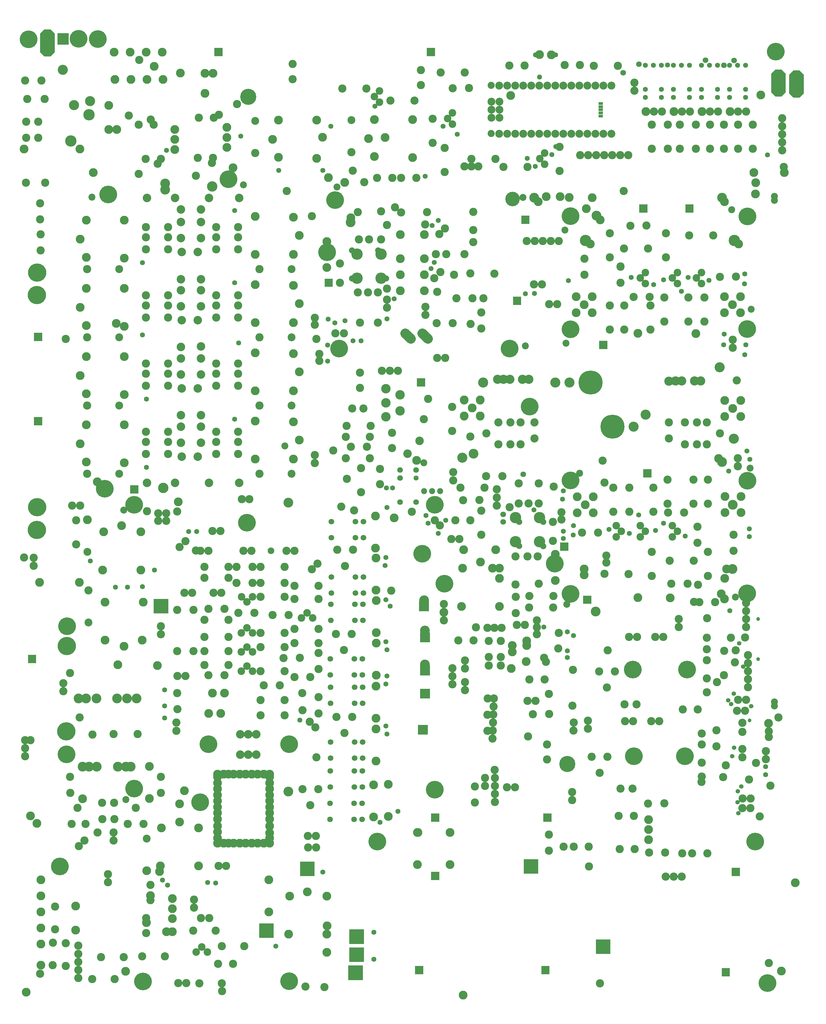
<source format=gbr>
%FSLAX34Y34*%
%MOMM*%
%LNSOLDERMASK_BOTTOM*%
G71*
G01*
%ADD10C,2.600*%
%ADD11C,2.400*%
%ADD12C,2.800*%
%ADD13C,2.600*%
%ADD14C,5.100*%
%ADD15C,1.600*%
%ADD16C,3.600*%
%ADD17C,7.600*%
%ADD18C,3.200*%
%ADD19C,2.900*%
%ADD20C,2.600*%
%ADD21C,2.600*%
%ADD22C,5.600*%
%ADD23C,3.100*%
%ADD24C,2.400*%
%ADD25C,3.100*%
%ADD26C,3.600*%
%ADD27C,2.800*%
%ADD28C,3.000*%
%ADD29C,1.800*%
%ADD30C,1.600*%
%ADD31C,2.700*%
%ADD32C,2.700*%
%ADD33C,2.500*%
%ADD34C,4.600*%
%ADD35C,5.600*%
%ADD36C,2.700*%
%ADD37C,2.800*%
%ADD38C,2.100*%
%ADD39C,3.100*%
%ADD40C,2.800*%
%ADD41C,3.600*%
%ADD42C,3.300*%
%ADD43C,5.100*%
%ADD44C,3.200*%
%ADD45C,3.100*%
%ADD46C,1.900*%
%ADD47R,1.470X0.835*%
%ADD48C,2.500*%
%ADD49C,2.250*%
%ADD50C,1.800*%
%ADD51C,1.600*%
%ADD52C,1.200*%
%ADD53C,1.400*%
%ADD54C,2.200*%
%ADD55C,5.800*%
%ADD56C,3.200*%
%ADD57C,2.800*%
%ADD58C,2.200*%
%ADD59C,1.900*%
%LPD*%
X381341Y1826369D02*
G54D10*
D03*
X381391Y1902619D02*
G54D10*
D03*
X300347Y1822969D02*
G54D10*
D03*
X300460Y1771988D02*
G54D10*
D03*
X414647Y1797569D02*
G54D10*
D03*
X414759Y1746588D02*
G54D10*
D03*
X381357Y1597769D02*
G54D10*
D03*
X381407Y1674019D02*
G54D10*
D03*
X502078Y1854383D02*
G54D10*
D03*
X425828Y1854433D02*
G54D10*
D03*
X427037Y1674019D02*
G54D10*
D03*
X426987Y1597769D02*
G54D10*
D03*
X559140Y1826368D02*
G54D10*
D03*
X559190Y1902618D02*
G54D10*
D03*
X456472Y1701853D02*
G54D10*
D03*
X554037Y1699419D02*
G54D10*
D03*
X553987Y1623169D02*
G54D10*
D03*
X630236Y1699419D02*
G54D10*
D03*
X630186Y1623169D02*
G54D10*
D03*
X681036Y1699419D02*
G54D10*
D03*
X680986Y1623169D02*
G54D10*
D03*
X780508Y1765464D02*
G54D10*
D03*
X729528Y1765351D02*
G54D10*
D03*
X709054Y1896187D02*
G54D10*
D03*
X632804Y1896237D02*
G54D10*
D03*
X493712Y1778794D02*
G54D11*
D03*
X477812Y1761219D02*
G54D11*
D03*
X493746Y1743603D02*
G54D11*
D03*
X595312Y1778794D02*
G54D11*
D03*
X579412Y1761219D02*
G54D11*
D03*
X595346Y1743603D02*
G54D11*
D03*
X671512Y1778794D02*
G54D11*
D03*
X655612Y1761219D02*
G54D11*
D03*
X671546Y1743603D02*
G54D11*
D03*
X274612Y1702694D02*
G54D12*
D03*
X325412Y1702694D02*
G54D12*
D03*
X300012Y1677294D02*
G54D12*
D03*
X325412Y1651894D02*
G54D12*
D03*
X274612Y1651894D02*
G54D12*
D03*
X744512Y1702694D02*
G54D12*
D03*
X795312Y1702694D02*
G54D12*
D03*
X769912Y1677294D02*
G54D12*
D03*
X795312Y1651894D02*
G54D12*
D03*
X744512Y1651894D02*
G54D12*
D03*
X446038Y1927003D02*
G54D10*
D03*
X497018Y1927116D02*
G54D10*
D03*
X381357Y1597769D02*
G54D13*
D03*
X426987Y1597769D02*
G54D13*
D03*
X553987Y1623169D02*
G54D13*
D03*
X630186Y1623169D02*
G54D13*
D03*
X381357Y1597769D02*
G54D13*
D03*
X256936Y1957388D02*
G54D14*
D03*
X507272Y1701853D02*
G54D10*
D03*
X509587Y1674019D02*
G54D10*
D03*
X509537Y1597769D02*
G54D10*
D03*
X338587Y1959169D02*
G54D10*
D03*
X249812Y1753394D02*
G54D15*
D03*
X426987Y1597769D02*
G54D13*
D03*
X509537Y1597769D02*
G54D13*
D03*
X553987Y1623169D02*
G54D13*
D03*
X630186Y1623169D02*
G54D13*
D03*
X816768Y1956594D02*
G54D14*
D03*
X256936Y1598612D02*
G54D14*
D03*
X816132Y1600200D02*
G54D14*
D03*
X306962Y1880394D02*
G54D15*
D03*
X303786Y1880395D02*
G54D16*
D03*
X775511Y1880395D02*
G54D16*
D03*
X389562Y1291153D02*
G54D17*
D03*
X319712Y1430854D02*
G54D17*
D03*
X253037Y1430853D02*
G54D18*
D03*
X456237Y1291153D02*
G54D18*
D03*
X44162Y1440953D02*
G54D19*
D03*
X124162Y1440953D02*
G54D20*
D03*
X589162Y1435953D02*
G54D20*
D03*
X669162Y1435953D02*
G54D20*
D03*
X124162Y1440953D02*
G54D19*
D03*
X589162Y1435953D02*
G54D19*
D03*
X669162Y1435953D02*
G54D12*
D03*
X64162Y1440953D02*
G54D19*
D03*
X104162Y1440953D02*
G54D19*
D03*
X609162Y1435954D02*
G54D19*
D03*
X649162Y1435953D02*
G54D19*
D03*
X-80263Y1324623D02*
G54D12*
D03*
X-80263Y1375423D02*
G54D12*
D03*
X-54863Y1350023D02*
G54D12*
D03*
X-29463Y1375424D02*
G54D12*
D03*
X-29463Y1324623D02*
G54D12*
D03*
X-80263Y1323353D02*
G54D21*
D03*
X-29463Y1323353D02*
G54D13*
D03*
X745237Y1323353D02*
G54D12*
D03*
X745237Y1374153D02*
G54D12*
D03*
X770637Y1348753D02*
G54D12*
D03*
X796037Y1374153D02*
G54D12*
D03*
X796037Y1323353D02*
G54D12*
D03*
X745237Y1323353D02*
G54D21*
D03*
X796037Y1323353D02*
G54D13*
D03*
X618694Y1234716D02*
G54D10*
D03*
X618694Y1304566D02*
G54D10*
D03*
X688544Y1234716D02*
G54D10*
D03*
X688544Y1304566D02*
G54D10*
D03*
X656794Y1304566D02*
G54D10*
D03*
X656794Y1234716D02*
G54D10*
D03*
X688545Y1234716D02*
G54D13*
D03*
X688545Y1304566D02*
G54D13*
D03*
X28144Y1234716D02*
G54D10*
D03*
X28144Y1304566D02*
G54D10*
D03*
X97994Y1234716D02*
G54D10*
D03*
X97994Y1304566D02*
G54D10*
D03*
X66244Y1304566D02*
G54D10*
D03*
X66244Y1234716D02*
G54D10*
D03*
X97995Y1234716D02*
G54D13*
D03*
X97995Y1304566D02*
G54D13*
D03*
X669162Y1435953D02*
G54D19*
D03*
X142445Y1304566D02*
G54D21*
D03*
X567895Y1304566D02*
G54D21*
D03*
X783437Y1437678D02*
G54D21*
D03*
X-61113Y1259878D02*
G54D21*
D03*
X-80263Y1374153D02*
G54D13*
D03*
X-29463Y1374154D02*
G54D13*
D03*
X745237Y1374153D02*
G54D13*
D03*
X796037Y1374153D02*
G54D13*
D03*
X796037Y1323353D02*
G54D13*
D03*
X256936Y1120775D02*
G54D14*
D03*
X816768Y1119982D02*
G54D22*
D03*
X256936Y762000D02*
G54D22*
D03*
X816132Y763588D02*
G54D14*
D03*
X770511Y1043782D02*
G54D23*
D03*
X-343888Y1760854D02*
G54D24*
D03*
X-343888Y1837054D02*
G54D24*
D03*
X-420088Y1760854D02*
G54D24*
D03*
X-343888Y1760854D02*
G54D24*
D03*
X-420088Y1837054D02*
G54D24*
D03*
X-420088Y1760854D02*
G54D24*
D03*
X-343888Y1837054D02*
G54D24*
D03*
X-420088Y1837054D02*
G54D24*
D03*
X-343976Y1972077D02*
G54D10*
D03*
X-343976Y1883177D02*
G54D10*
D03*
X-382076Y1883177D02*
G54D10*
D03*
X-413826Y1883177D02*
G54D10*
D03*
X-353620Y1620287D02*
G54D10*
D03*
X-417119Y1715537D02*
G54D10*
D03*
X-385370Y1715537D02*
G54D10*
D03*
X-353620Y1715537D02*
G54D10*
D03*
X-325137Y1727826D02*
G54D10*
D03*
X-417120Y1969537D02*
G54D10*
D03*
X-299526Y1984777D02*
G54D10*
D03*
X-137098Y1837088D02*
G54D10*
D03*
X-79948Y1837088D02*
G54D10*
D03*
X-51248Y1913288D02*
G54D10*
D03*
X-51248Y1970438D02*
G54D10*
D03*
X-112298Y1771464D02*
G54D10*
D03*
X-166250Y1717582D02*
G54D10*
D03*
X-112298Y1771464D02*
G54D13*
D03*
X15478Y1775516D02*
G54D10*
D03*
X-60772Y1775566D02*
G54D10*
D03*
X15478Y1775516D02*
G54D13*
D03*
X-105348Y1697388D02*
G54D10*
D03*
X-54548Y1697388D02*
G54D10*
D03*
X-54548Y1697388D02*
G54D10*
D03*
X-25941Y1601282D02*
G54D10*
D03*
X-26053Y1652262D02*
G54D10*
D03*
X-25941Y1601282D02*
G54D10*
D03*
X-51248Y1875188D02*
G54D10*
D03*
X-19498Y1697388D02*
G54D10*
D03*
X-170118Y1837088D02*
G54D10*
D03*
X-159198Y1900588D02*
G54D10*
D03*
X-282894Y1899092D02*
G54D12*
D03*
X-206694Y1899092D02*
G54D12*
D03*
X-282894Y1822892D02*
G54D12*
D03*
X-282894Y1772092D02*
G54D12*
D03*
X-282894Y1721292D02*
G54D12*
D03*
X-206694Y1822892D02*
G54D12*
D03*
X-206694Y1772092D02*
G54D12*
D03*
X-206694Y1721292D02*
G54D12*
D03*
X-206694Y1899092D02*
G54D10*
D03*
X-60443Y1616289D02*
G54D10*
D03*
X-116663Y1618534D02*
G54D10*
D03*
X-116663Y1618534D02*
G54D10*
D03*
X-167463Y1618534D02*
G54D10*
D03*
G54D25*
X-195511Y1569044D02*
X-213189Y1586722D01*
G54D25*
X-249486Y1569044D02*
X-267164Y1586722D01*
X-514351Y1843088D02*
G54D22*
D03*
X-198438Y1970088D02*
G54D21*
D03*
X-420088Y1837054D02*
G54D26*
D03*
X-420088Y1760854D02*
G54D26*
D03*
X-343888Y1760854D02*
G54D26*
D03*
X-343888Y1837054D02*
G54D26*
D03*
X82190Y1002652D02*
G54D24*
D03*
X82190Y926452D02*
G54D24*
D03*
X158390Y1002652D02*
G54D24*
D03*
X82190Y1002652D02*
G54D24*
D03*
X158390Y926452D02*
G54D24*
D03*
X158390Y1002652D02*
G54D24*
D03*
X82190Y926452D02*
G54D24*
D03*
X158390Y926452D02*
G54D24*
D03*
X82278Y791429D02*
G54D10*
D03*
X82278Y880329D02*
G54D10*
D03*
X120378Y880329D02*
G54D10*
D03*
X152128Y880329D02*
G54D10*
D03*
X155422Y1111469D02*
G54D10*
D03*
X91922Y1111469D02*
G54D10*
D03*
X155421Y1047969D02*
G54D10*
D03*
X123672Y1047969D02*
G54D10*
D03*
X91922Y1047969D02*
G54D10*
D03*
X63439Y1035680D02*
G54D10*
D03*
X155422Y793969D02*
G54D10*
D03*
X203440Y1101393D02*
G54D21*
D03*
X158390Y926452D02*
G54D26*
D03*
X158390Y1002652D02*
G54D26*
D03*
X82190Y1002652D02*
G54D26*
D03*
X82190Y926452D02*
G54D26*
D03*
X-89068Y722258D02*
G54D12*
D03*
X-85894Y842908D02*
G54D12*
D03*
X31582Y722258D02*
G54D12*
D03*
X31582Y842908D02*
G54D12*
D03*
X-28743Y862372D02*
G54D12*
D03*
X-85894Y842908D02*
G54D27*
D03*
X-82272Y901727D02*
G54D12*
D03*
X19328Y901726D02*
G54D12*
D03*
X-82272Y901727D02*
G54D12*
D03*
X-283839Y1391601D02*
G54D28*
D03*
X-283839Y1340801D02*
G54D28*
D03*
X-328289Y1366202D02*
G54D28*
D03*
X-328289Y1321751D02*
G54D28*
D03*
X-328289Y1410651D02*
G54D28*
D03*
X-315589Y1467801D02*
G54D10*
D03*
X-340989Y1467801D02*
G54D10*
D03*
X-290189Y1467801D02*
G54D10*
D03*
X-376674Y1293176D02*
G54D10*
D03*
X-452924Y1293226D02*
G54D10*
D03*
X-455616Y1258916D02*
G54D10*
D03*
X-379366Y1258866D02*
G54D10*
D03*
X-439682Y1227440D02*
G54D10*
D03*
X-388702Y1227552D02*
G54D10*
D03*
X-410839Y1461539D02*
G54D10*
D03*
X-410839Y1413739D02*
G54D10*
D03*
X-407229Y1159914D02*
G54D10*
D03*
X-407279Y1083665D02*
G54D10*
D03*
X-347339Y1108852D02*
G54D10*
D03*
X-347339Y1156651D02*
G54D10*
D03*
X-434783Y1348695D02*
G54D10*
D03*
X-399683Y1348696D02*
G54D10*
D03*
X-309239Y1223151D02*
G54D10*
D03*
X-309239Y1270952D02*
G54D10*
D03*
X-455561Y1191269D02*
G54D10*
D03*
X-379311Y1191219D02*
G54D10*
D03*
X-208364Y1314846D02*
G54D10*
D03*
X-347339Y1108852D02*
G54D10*
D03*
G36*
X-204289Y1443971D02*
X-204289Y1417971D01*
X-230289Y1417971D01*
X-230289Y1443971D01*
X-204289Y1443971D01*
G37*
X-233039Y1153390D02*
G54D29*
D03*
X-233039Y1127990D02*
G54D30*
D03*
X-283839Y1153389D02*
G54D30*
D03*
X-283839Y1127989D02*
G54D29*
D03*
X-233039Y1051789D02*
G54D30*
D03*
X-283839Y1051789D02*
G54D30*
D03*
X-231007Y1184155D02*
G54D12*
D03*
X-246702Y1021650D02*
G54D21*
D03*
X-283839Y1153389D02*
G54D29*
D03*
X-233039Y1051789D02*
G54D29*
D03*
X-283839Y1051789D02*
G54D29*
D03*
X-1018830Y1204702D02*
G54D10*
D03*
X-1088680Y1204702D02*
G54D10*
D03*
X-1018830Y1274552D02*
G54D10*
D03*
X-1088680Y1274552D02*
G54D10*
D03*
X-1088680Y1242802D02*
G54D10*
D03*
X-1018830Y1242802D02*
G54D10*
D03*
X-975422Y1195931D02*
G54D31*
D03*
X-924440Y1196043D02*
G54D31*
D03*
X-796580Y1204702D02*
G54D10*
D03*
X-866430Y1204702D02*
G54D10*
D03*
X-796580Y1274552D02*
G54D10*
D03*
X-866430Y1274552D02*
G54D10*
D03*
X-866430Y1242802D02*
G54D10*
D03*
X-796580Y1242802D02*
G54D10*
D03*
X-914357Y1240029D02*
G54D10*
D03*
X-914470Y1291009D02*
G54D10*
D03*
X-977857Y1240029D02*
G54D10*
D03*
X-977970Y1291009D02*
G54D10*
D03*
X-796580Y1274552D02*
G54D13*
D03*
X-866430Y1274552D02*
G54D13*
D03*
X-914470Y1291010D02*
G54D32*
D03*
X-977970Y1291010D02*
G54D13*
D03*
X-1018830Y1274552D02*
G54D13*
D03*
X-1088680Y1274552D02*
G54D13*
D03*
X-977857Y1240029D02*
G54D31*
D03*
X-977970Y1291009D02*
G54D31*
D03*
X-914470Y1291009D02*
G54D31*
D03*
X-914357Y1240029D02*
G54D31*
D03*
X-742367Y1308994D02*
G54D12*
D03*
X-621717Y1305820D02*
G54D12*
D03*
X-742367Y1188344D02*
G54D12*
D03*
X-621717Y1188344D02*
G54D12*
D03*
X-602904Y1248669D02*
G54D12*
D03*
X-728860Y1142064D02*
G54D33*
D03*
X-627260Y1142065D02*
G54D33*
D03*
X-621717Y1305820D02*
G54D12*
D03*
X-1157362Y1176256D02*
G54D12*
D03*
X-1278012Y1179430D02*
G54D12*
D03*
X-1157362Y1296906D02*
G54D12*
D03*
X-1278012Y1296906D02*
G54D12*
D03*
X-1296824Y1236581D02*
G54D12*
D03*
X-1278011Y1179430D02*
G54D12*
D03*
X-1278012Y1296906D02*
G54D12*
D03*
X-1274960Y1142064D02*
G54D33*
D03*
X-1173360Y1142065D02*
G54D33*
D03*
X-728860Y1142064D02*
G54D10*
D03*
X-1274960Y1142064D02*
G54D10*
D03*
X-1018830Y1420602D02*
G54D10*
D03*
X-1088680Y1420602D02*
G54D10*
D03*
X-1018830Y1490452D02*
G54D10*
D03*
X-1088680Y1490452D02*
G54D10*
D03*
X-1088680Y1458702D02*
G54D10*
D03*
X-1018830Y1458702D02*
G54D10*
D03*
X-975422Y1411831D02*
G54D31*
D03*
X-924440Y1411943D02*
G54D31*
D03*
X-796580Y1420602D02*
G54D10*
D03*
X-866430Y1420602D02*
G54D10*
D03*
X-796580Y1490452D02*
G54D10*
D03*
X-866430Y1490452D02*
G54D10*
D03*
X-866430Y1458702D02*
G54D10*
D03*
X-796580Y1458702D02*
G54D10*
D03*
X-914357Y1455929D02*
G54D10*
D03*
X-914470Y1506910D02*
G54D10*
D03*
X-977857Y1455929D02*
G54D10*
D03*
X-977970Y1506909D02*
G54D10*
D03*
X-796580Y1490452D02*
G54D13*
D03*
X-866430Y1490452D02*
G54D13*
D03*
X-914470Y1506910D02*
G54D32*
D03*
X-977970Y1506910D02*
G54D13*
D03*
X-1018830Y1490452D02*
G54D13*
D03*
X-1088680Y1490452D02*
G54D13*
D03*
X-977857Y1455929D02*
G54D31*
D03*
X-977970Y1506909D02*
G54D31*
D03*
X-914470Y1506910D02*
G54D31*
D03*
X-914357Y1455929D02*
G54D31*
D03*
X-742367Y1524894D02*
G54D12*
D03*
X-621717Y1521720D02*
G54D12*
D03*
X-742367Y1404244D02*
G54D12*
D03*
X-621717Y1404244D02*
G54D12*
D03*
X-602904Y1464569D02*
G54D12*
D03*
X-728860Y1357964D02*
G54D33*
D03*
X-627260Y1357965D02*
G54D33*
D03*
X-621717Y1521720D02*
G54D12*
D03*
X-1157362Y1392156D02*
G54D12*
D03*
X-1278012Y1395330D02*
G54D12*
D03*
X-1157362Y1512806D02*
G54D12*
D03*
X-1278012Y1512806D02*
G54D12*
D03*
X-1296824Y1452481D02*
G54D12*
D03*
X-1278011Y1395329D02*
G54D12*
D03*
X-1278012Y1512806D02*
G54D12*
D03*
X-1274960Y1357964D02*
G54D33*
D03*
X-1173360Y1357965D02*
G54D33*
D03*
X-728860Y1357964D02*
G54D10*
D03*
X-1274960Y1357964D02*
G54D10*
D03*
X-1018830Y1636502D02*
G54D10*
D03*
X-1088680Y1636502D02*
G54D10*
D03*
X-1018830Y1706352D02*
G54D10*
D03*
X-1088680Y1706352D02*
G54D10*
D03*
X-1088680Y1674602D02*
G54D10*
D03*
X-1018830Y1674602D02*
G54D10*
D03*
X-975422Y1627731D02*
G54D31*
D03*
X-924440Y1627843D02*
G54D31*
D03*
X-796580Y1636502D02*
G54D10*
D03*
X-866430Y1636502D02*
G54D10*
D03*
X-796580Y1706352D02*
G54D10*
D03*
X-866430Y1706352D02*
G54D10*
D03*
X-866430Y1674602D02*
G54D10*
D03*
X-796580Y1674602D02*
G54D10*
D03*
X-914357Y1671829D02*
G54D10*
D03*
X-914470Y1722810D02*
G54D10*
D03*
X-977857Y1671829D02*
G54D10*
D03*
X-977970Y1722810D02*
G54D10*
D03*
X-796580Y1706352D02*
G54D13*
D03*
X-866430Y1706352D02*
G54D13*
D03*
X-914470Y1722810D02*
G54D32*
D03*
X-977970Y1722810D02*
G54D13*
D03*
X-1018830Y1706352D02*
G54D13*
D03*
X-1088680Y1706352D02*
G54D13*
D03*
X-977857Y1671829D02*
G54D31*
D03*
X-977970Y1722810D02*
G54D31*
D03*
X-914470Y1722810D02*
G54D31*
D03*
X-914357Y1671829D02*
G54D31*
D03*
X-742367Y1740794D02*
G54D12*
D03*
X-621717Y1737620D02*
G54D12*
D03*
X-742367Y1620144D02*
G54D12*
D03*
X-621717Y1620144D02*
G54D12*
D03*
X-602904Y1680469D02*
G54D12*
D03*
X-728860Y1573864D02*
G54D33*
D03*
X-627260Y1573864D02*
G54D33*
D03*
X-621717Y1737620D02*
G54D12*
D03*
X-1157362Y1608056D02*
G54D12*
D03*
X-1278012Y1611230D02*
G54D12*
D03*
X-1157362Y1728706D02*
G54D12*
D03*
X-1278012Y1728706D02*
G54D12*
D03*
X-1296824Y1668381D02*
G54D12*
D03*
X-1278011Y1611230D02*
G54D12*
D03*
X-1278012Y1728706D02*
G54D12*
D03*
X-1274960Y1573864D02*
G54D33*
D03*
X-1173360Y1573864D02*
G54D33*
D03*
X-728860Y1573864D02*
G54D10*
D03*
X-1274960Y1573864D02*
G54D10*
D03*
X-1018830Y1852402D02*
G54D10*
D03*
X-1088680Y1852402D02*
G54D10*
D03*
X-1018830Y1922252D02*
G54D10*
D03*
X-1088680Y1922252D02*
G54D10*
D03*
X-1088680Y1890502D02*
G54D10*
D03*
X-1018830Y1890502D02*
G54D10*
D03*
X-975422Y1843631D02*
G54D31*
D03*
X-924440Y1843743D02*
G54D31*
D03*
X-796580Y1852402D02*
G54D10*
D03*
X-866430Y1852402D02*
G54D10*
D03*
X-796580Y1922252D02*
G54D10*
D03*
X-866430Y1922252D02*
G54D10*
D03*
X-866430Y1890502D02*
G54D10*
D03*
X-796580Y1890502D02*
G54D10*
D03*
X-914357Y1887729D02*
G54D10*
D03*
X-914470Y1938710D02*
G54D10*
D03*
X-977857Y1887729D02*
G54D10*
D03*
X-977970Y1938709D02*
G54D10*
D03*
X-796580Y1922252D02*
G54D13*
D03*
X-866430Y1922252D02*
G54D13*
D03*
X-914470Y1938710D02*
G54D32*
D03*
X-977970Y1938710D02*
G54D13*
D03*
X-1018830Y1922252D02*
G54D13*
D03*
X-1088680Y1922252D02*
G54D13*
D03*
X-977857Y1887729D02*
G54D31*
D03*
X-977970Y1938709D02*
G54D31*
D03*
X-914470Y1938709D02*
G54D31*
D03*
X-914357Y1887729D02*
G54D31*
D03*
X-742367Y1956694D02*
G54D12*
D03*
X-621717Y1953520D02*
G54D12*
D03*
X-742367Y1836044D02*
G54D12*
D03*
X-621717Y1836044D02*
G54D12*
D03*
X-602904Y1896369D02*
G54D12*
D03*
X-728860Y1789764D02*
G54D33*
D03*
X-627260Y1789764D02*
G54D33*
D03*
X-621717Y1953520D02*
G54D12*
D03*
X-1157362Y1823956D02*
G54D12*
D03*
X-1278012Y1827130D02*
G54D12*
D03*
X-1157362Y1944606D02*
G54D12*
D03*
X-1278012Y1944606D02*
G54D12*
D03*
X-1296824Y1884281D02*
G54D12*
D03*
X-1278011Y1827130D02*
G54D12*
D03*
X-1278012Y1944606D02*
G54D12*
D03*
X-1274960Y1789764D02*
G54D33*
D03*
X-1173360Y1789764D02*
G54D33*
D03*
X-728860Y1789764D02*
G54D10*
D03*
X-1274960Y1789764D02*
G54D10*
D03*
X-793706Y1113029D02*
G54D31*
D03*
X-793706Y1113029D02*
G54D31*
D03*
X-888956Y1113029D02*
G54D31*
D03*
X-888956Y1113029D02*
G54D31*
D03*
X-996906Y1113029D02*
G54D31*
D03*
X-996906Y1113029D02*
G54D31*
D03*
X-1085806Y1113029D02*
G54D31*
D03*
X-1085806Y1113029D02*
G54D31*
D03*
X-793706Y2014729D02*
G54D31*
D03*
X-793706Y2014729D02*
G54D31*
D03*
X-888956Y2014729D02*
G54D31*
D03*
X-888956Y2014729D02*
G54D31*
D03*
X-996906Y2014729D02*
G54D31*
D03*
X-996906Y2014729D02*
G54D31*
D03*
X-1085806Y2014729D02*
G54D31*
D03*
X-1085806Y2014729D02*
G54D31*
D03*
X-1342442Y1568199D02*
G54D21*
D03*
X-548692Y1568199D02*
G54D21*
D03*
X63261Y1538287D02*
G54D22*
D03*
X72785Y2011362D02*
G54D34*
D03*
X-476490Y1538287D02*
G54D22*
D03*
X-489190Y2008188D02*
G54D22*
D03*
X-1097543Y735513D02*
G54D12*
D03*
X-1100717Y614863D02*
G54D12*
D03*
X-1218192Y735513D02*
G54D12*
D03*
X-1218192Y614863D02*
G54D12*
D03*
X-1157868Y596050D02*
G54D12*
D03*
X-1225742Y837382D02*
G54D12*
D03*
X-1222568Y958032D02*
G54D12*
D03*
X-1105092Y837382D02*
G54D12*
D03*
X-1105093Y958032D02*
G54D12*
D03*
X-1165418Y977320D02*
G54D12*
D03*
X-1270822Y772806D02*
G54D33*
D03*
X-1270822Y671206D02*
G54D33*
D03*
X-1270822Y772806D02*
G54D10*
D03*
X-1274620Y996002D02*
G54D33*
D03*
X-1274620Y894401D02*
G54D33*
D03*
X-1274620Y996002D02*
G54D10*
D03*
X-1274620Y996002D02*
G54D12*
D03*
X-1100717Y614863D02*
G54D12*
D03*
X-1105093Y958032D02*
G54D12*
D03*
X-1222568Y958032D02*
G54D12*
D03*
X-1105093Y958032D02*
G54D12*
D03*
X-1126332Y1043782D02*
G54D14*
D03*
X-173832Y1043782D02*
G54D14*
D03*
X-1126332Y145257D02*
G54D14*
D03*
X-173832Y142082D02*
G54D22*
D03*
X818819Y567872D02*
G54D21*
D03*
X818820Y542472D02*
G54D21*
D03*
X801356Y353560D02*
G54D21*
D03*
X801357Y324984D02*
G54D21*
D03*
X787635Y426622D02*
G54D21*
D03*
X813035Y426622D02*
G54D21*
D03*
X-207799Y741281D02*
G54D23*
D03*
X-204624Y646031D02*
G54D23*
D03*
X-204624Y538081D02*
G54D23*
D03*
G36*
X-189124Y430506D02*
X-220124Y430506D01*
X-220124Y461506D01*
X-189124Y461506D01*
X-189124Y430506D01*
G37*
X-635193Y285543D02*
G54D35*
D03*
X-890894Y285443D02*
G54D35*
D03*
X-790168Y317368D02*
G54D36*
D03*
X-764794Y317243D02*
G54D36*
D03*
X-739350Y317268D02*
G54D36*
D03*
X-542088Y383627D02*
G54D10*
D03*
X-542263Y434619D02*
G54D10*
D03*
X-840018Y447493D02*
G54D37*
D03*
X-889418Y383393D02*
G54D37*
D03*
X-851418Y383393D02*
G54D37*
D03*
X-878118Y447493D02*
G54D37*
D03*
X-989294Y396643D02*
G54D10*
D03*
X-989418Y447560D02*
G54D10*
D03*
X-725768Y425218D02*
G54D10*
D03*
X-649518Y425168D02*
G54D10*
D03*
X-991868Y328518D02*
G54D10*
D03*
X-991868Y354018D02*
G54D10*
D03*
X-725768Y377593D02*
G54D10*
D03*
X-649519Y377543D02*
G54D10*
D03*
X-751168Y796693D02*
G54D10*
D03*
X-802085Y796568D02*
G54D10*
D03*
X-786094Y752243D02*
G54D11*
D03*
X-768518Y736343D02*
G54D11*
D03*
X-750902Y752278D02*
G54D11*
D03*
X-779744Y898293D02*
G54D10*
D03*
X-754318Y898343D02*
G54D10*
D03*
X-725768Y752243D02*
G54D10*
D03*
X-649594Y752243D02*
G54D10*
D03*
X-903568Y812568D02*
G54D10*
D03*
X-827318Y812518D02*
G54D10*
D03*
X-744818Y701443D02*
G54D10*
D03*
X-795735Y701318D02*
G54D10*
D03*
X-751168Y637943D02*
G54D11*
D03*
X-768768Y653843D02*
G54D11*
D03*
X-786360Y637908D02*
G54D11*
D03*
X-750794Y577543D02*
G54D11*
D03*
X-768768Y593518D02*
G54D11*
D03*
X-786360Y577583D02*
G54D11*
D03*
X-725768Y637943D02*
G54D10*
D03*
X-649594Y637943D02*
G54D10*
D03*
X-751169Y517243D02*
G54D11*
D03*
X-768768Y533193D02*
G54D11*
D03*
X-786360Y517258D02*
G54D11*
D03*
X-903568Y580793D02*
G54D10*
D03*
X-827318Y580743D02*
G54D10*
D03*
X-903360Y536614D02*
G54D10*
D03*
X-827110Y536564D02*
G54D10*
D03*
X-725768Y517293D02*
G54D10*
D03*
X-649494Y517243D02*
G54D10*
D03*
X-664448Y472503D02*
G54D10*
D03*
X-715364Y472378D02*
G54D10*
D03*
X-725768Y593493D02*
G54D10*
D03*
X-649518Y593443D02*
G54D10*
D03*
X-568493Y498643D02*
G54D21*
D03*
X-593477Y447711D02*
G54D21*
D03*
X-618376Y498758D02*
G54D21*
D03*
X-560668Y685568D02*
G54D11*
D03*
X-578469Y701368D02*
G54D11*
D03*
X-595859Y685533D02*
G54D11*
D03*
X-916268Y898293D02*
G54D10*
D03*
X-890694Y898243D02*
G54D10*
D03*
X-617818Y787168D02*
G54D10*
D03*
X-541568Y787118D02*
G54D10*
D03*
X-617818Y745893D02*
G54D10*
D03*
X-541568Y745843D02*
G54D10*
D03*
X-636868Y695093D02*
G54D10*
D03*
X-687785Y694968D02*
G54D10*
D03*
X-617818Y650643D02*
G54D10*
D03*
X-541568Y650593D02*
G54D10*
D03*
X-541668Y523618D02*
G54D10*
D03*
X-541781Y574598D02*
G54D10*
D03*
X-541619Y606193D02*
G54D10*
D03*
X-617894Y606243D02*
G54D10*
D03*
X-967018Y764968D02*
G54D10*
D03*
X-942156Y764656D02*
G54D10*
D03*
X-938494Y580793D02*
G54D10*
D03*
X-989468Y580643D02*
G54D10*
D03*
X-903568Y625243D02*
G54D10*
D03*
X-827318Y625193D02*
G54D10*
D03*
X-840068Y504593D02*
G54D10*
D03*
X-891044Y504443D02*
G54D10*
D03*
X-963468Y501443D02*
G54D10*
D03*
X-988768Y501743D02*
G54D10*
D03*
X-938494Y710968D02*
G54D10*
D03*
X-989468Y710868D02*
G54D10*
D03*
X-617818Y898293D02*
G54D10*
D03*
X-643294Y898293D02*
G54D10*
D03*
X-903568Y679218D02*
G54D10*
D03*
X-827318Y679168D02*
G54D10*
D03*
X-840094Y714168D02*
G54D10*
D03*
X-890994Y713968D02*
G54D10*
D03*
X-874994Y764943D02*
G54D10*
D03*
X-850094Y764643D02*
G54D10*
D03*
X-725768Y796693D02*
G54D10*
D03*
X-649594Y796693D02*
G54D10*
D03*
X-725768Y847493D02*
G54D10*
D03*
X-649594Y847543D02*
G54D10*
D03*
X-903594Y847543D02*
G54D10*
D03*
X-827393Y847543D02*
G54D10*
D03*
X-751168Y847493D02*
G54D10*
D03*
X-802085Y847368D02*
G54D10*
D03*
X-692544Y898293D02*
G54D38*
D03*
X-652468Y558878D02*
G54D10*
D03*
X-601488Y558990D02*
G54D10*
D03*
X-592369Y393418D02*
G54D10*
D03*
X-739294Y252943D02*
G54D36*
D03*
X-764594Y253143D02*
G54D36*
D03*
X-790081Y253074D02*
G54D36*
D03*
X-402044Y241632D02*
G54D30*
D03*
X-427444Y241632D02*
G54D30*
D03*
X-402044Y292432D02*
G54D30*
D03*
X-427444Y292432D02*
G54D30*
D03*
X-503644Y241632D02*
G54D29*
D03*
X-503644Y292432D02*
G54D30*
D03*
X-359435Y232748D02*
G54D12*
D03*
X-359435Y334348D02*
G54D12*
D03*
X-321242Y158639D02*
G54D12*
D03*
X-402044Y415066D02*
G54D30*
D03*
X-427444Y415067D02*
G54D30*
D03*
X-402044Y465866D02*
G54D30*
D03*
X-427444Y465866D02*
G54D30*
D03*
X-503644Y415066D02*
G54D30*
D03*
X-503644Y465866D02*
G54D30*
D03*
X-435144Y372437D02*
G54D21*
D03*
X-460127Y321504D02*
G54D21*
D03*
X-485026Y372551D02*
G54D21*
D03*
X-399662Y764317D02*
G54D30*
D03*
X-425062Y764316D02*
G54D30*
D03*
X-399662Y815116D02*
G54D30*
D03*
X-425062Y815116D02*
G54D30*
D03*
X-501262Y764316D02*
G54D30*
D03*
X-501262Y815116D02*
G54D30*
D03*
X-399662Y939735D02*
G54D30*
D03*
X-425062Y939735D02*
G54D30*
D03*
X-399662Y990536D02*
G54D30*
D03*
X-425062Y990535D02*
G54D30*
D03*
X-501262Y939736D02*
G54D30*
D03*
X-501262Y990535D02*
G54D30*
D03*
X-432762Y901074D02*
G54D21*
D03*
X-457746Y850142D02*
G54D21*
D03*
X-482645Y901188D02*
G54D21*
D03*
X-436731Y634771D02*
G54D21*
D03*
X-461714Y583839D02*
G54D21*
D03*
X-486614Y634886D02*
G54D21*
D03*
X-401250Y677798D02*
G54D30*
D03*
X-426650Y677798D02*
G54D30*
D03*
X-401250Y728598D02*
G54D30*
D03*
X-426650Y728598D02*
G54D30*
D03*
X-502850Y677798D02*
G54D30*
D03*
X-502850Y728598D02*
G54D30*
D03*
X-402837Y505554D02*
G54D30*
D03*
X-428237Y505554D02*
G54D30*
D03*
X-402837Y556354D02*
G54D30*
D03*
X-428237Y556354D02*
G54D30*
D03*
X-504437Y505554D02*
G54D30*
D03*
X-504437Y556354D02*
G54D30*
D03*
X-359435Y368083D02*
G54D12*
D03*
X-359435Y469683D02*
G54D12*
D03*
X-359038Y504211D02*
G54D12*
D03*
X-359038Y605811D02*
G54D12*
D03*
X-359038Y638752D02*
G54D12*
D03*
X-359038Y740352D02*
G54D12*
D03*
X-360228Y773292D02*
G54D12*
D03*
X-360228Y874892D02*
G54D12*
D03*
X-361816Y906642D02*
G54D12*
D03*
X-361816Y1008242D02*
G54D12*
D03*
X-311543Y772086D02*
G54D21*
D03*
X-548874Y244242D02*
G54D21*
D03*
X-503644Y292432D02*
G54D29*
D03*
X-427444Y241632D02*
G54D29*
D03*
X-402044Y241632D02*
G54D29*
D03*
X-427444Y292432D02*
G54D29*
D03*
X-402044Y292432D02*
G54D29*
D03*
X-503644Y415066D02*
G54D29*
D03*
X-503644Y465866D02*
G54D29*
D03*
X-427444Y415067D02*
G54D29*
D03*
X-402044Y415066D02*
G54D29*
D03*
X-402044Y465866D02*
G54D29*
D03*
X-427443Y465866D02*
G54D29*
D03*
X-428237Y505554D02*
G54D29*
D03*
X-402837Y505554D02*
G54D29*
D03*
X-402837Y556354D02*
G54D29*
D03*
X-428237Y556354D02*
G54D29*
D03*
X-504437Y505554D02*
G54D29*
D03*
X-504437Y556354D02*
G54D29*
D03*
X-502850Y677798D02*
G54D29*
D03*
X-426650Y677798D02*
G54D29*
D03*
X-502850Y728598D02*
G54D29*
D03*
X-426650Y728598D02*
G54D29*
D03*
X-401250Y728598D02*
G54D29*
D03*
X-401250Y677798D02*
G54D29*
D03*
X-501262Y764316D02*
G54D29*
D03*
X-501262Y815116D02*
G54D29*
D03*
X-425062Y764316D02*
G54D29*
D03*
X-399662Y764317D02*
G54D29*
D03*
X-399662Y815116D02*
G54D29*
D03*
X-425062Y815117D02*
G54D29*
D03*
X-501262Y939736D02*
G54D29*
D03*
X-501262Y990535D02*
G54D29*
D03*
X-425062Y939735D02*
G54D29*
D03*
X-399662Y939735D02*
G54D29*
D03*
X-399662Y990536D02*
G54D29*
D03*
X-425062Y990535D02*
G54D29*
D03*
X-436731Y634771D02*
G54D21*
D03*
X-432762Y901074D02*
G54D21*
D03*
X-404028Y47959D02*
G54D30*
D03*
X-429428Y47959D02*
G54D30*
D03*
X-404028Y98759D02*
G54D30*
D03*
X-429428Y98759D02*
G54D30*
D03*
X-505628Y47959D02*
G54D29*
D03*
X-505628Y98759D02*
G54D30*
D03*
X-505628Y98759D02*
G54D29*
D03*
X-429428Y47959D02*
G54D29*
D03*
X-404028Y47959D02*
G54D29*
D03*
X-429428Y98759D02*
G54D29*
D03*
X-404028Y98759D02*
G54D29*
D03*
X-542697Y143837D02*
G54D21*
D03*
X-567680Y92904D02*
G54D21*
D03*
X-592579Y143951D02*
G54D21*
D03*
X-367280Y157448D02*
G54D12*
D03*
X-367280Y55849D02*
G54D12*
D03*
X-321242Y158639D02*
G54D12*
D03*
X-321242Y57039D02*
G54D12*
D03*
X-403234Y150353D02*
G54D30*
D03*
X-428634Y150353D02*
G54D30*
D03*
X-403234Y201153D02*
G54D30*
D03*
X-428634Y201153D02*
G54D30*
D03*
X-504834Y150352D02*
G54D29*
D03*
X-504835Y201153D02*
G54D30*
D03*
X-504835Y201153D02*
G54D29*
D03*
X-428634Y150353D02*
G54D29*
D03*
X-403234Y150353D02*
G54D29*
D03*
X-428635Y201153D02*
G54D29*
D03*
X-403234Y201153D02*
G54D29*
D03*
X-637734Y1050275D02*
G54D39*
D03*
X-637734Y135875D02*
G54D23*
D03*
X-696749Y87231D02*
G54D40*
D03*
X-696749Y106281D02*
G54D40*
D03*
X-696749Y125331D02*
G54D40*
D03*
X-696749Y144381D02*
G54D40*
D03*
X-696749Y163431D02*
G54D40*
D03*
X-696749Y182481D02*
G54D40*
D03*
X-696749Y185656D02*
G54D40*
D03*
X-696749Y68181D02*
G54D40*
D03*
X-696749Y49131D02*
G54D40*
D03*
X-696749Y26906D02*
G54D40*
D03*
X-301818Y1002482D02*
G54D12*
D03*
X-410769Y1620287D02*
G54D10*
D03*
X219210Y638233D02*
G54D10*
D03*
X812470Y707572D02*
G54D21*
D03*
X812470Y682172D02*
G54D21*
D03*
X812470Y656772D02*
G54D21*
D03*
X141314Y2015703D02*
G54D23*
D03*
X736679Y2015534D02*
G54D23*
D03*
X736678Y1178921D02*
G54D12*
D03*
X325464Y2015703D02*
G54D12*
D03*
X223864Y2018878D02*
G54D12*
D03*
X179414Y2018878D02*
G54D12*
D03*
X-1309688Y994569D02*
G54D10*
D03*
X-1309738Y918319D02*
G54D10*
D03*
X-1309738Y918319D02*
G54D13*
D03*
X-1309738Y918319D02*
G54D13*
D03*
X-1322623Y1040998D02*
G54D10*
D03*
X-1297148Y1040998D02*
G54D10*
D03*
X-461452Y1586314D02*
G54D10*
D03*
X-488439Y1586314D02*
G54D10*
D03*
X-324926Y1692677D02*
G54D10*
D03*
X-324926Y1667277D02*
G54D10*
D03*
X-324926Y1632352D02*
G54D15*
D03*
X-490026Y1619652D02*
G54D15*
D03*
X770448Y1565677D02*
G54D10*
D03*
X770448Y1540277D02*
G54D10*
D03*
X743346Y1583373D02*
G54D15*
D03*
X786324Y1191027D02*
G54D10*
D03*
X786324Y1165627D02*
G54D10*
D03*
X814962Y1213644D02*
G54D15*
D03*
X227524Y1019577D02*
G54D10*
D03*
X227524Y997352D02*
G54D10*
D03*
X230762Y1061244D02*
G54D15*
D03*
X233936Y959644D02*
G54D15*
D03*
X-157877Y978770D02*
G54D10*
D03*
X-173593Y994486D02*
G54D10*
D03*
X-162938Y953294D02*
G54D15*
D03*
X-194688Y985044D02*
G54D15*
D03*
X-458276Y1626002D02*
G54D15*
D03*
X741874Y1549802D02*
G54D15*
D03*
X811724Y1549802D02*
G54D15*
D03*
X808612Y1518444D02*
G54D15*
D03*
X824424Y1187852D02*
G54D15*
D03*
X757812Y1150144D02*
G54D15*
D03*
X-432876Y1562502D02*
G54D15*
D03*
X-407476Y1562502D02*
G54D15*
D03*
X233874Y1087840D02*
G54D15*
D03*
X233874Y937027D02*
G54D15*
D03*
X-201895Y1010052D02*
G54D15*
D03*
X-139189Y994177D02*
G54D15*
D03*
X-1180042Y430686D02*
G54D23*
D03*
X-1245129Y430686D02*
G54D23*
D03*
X-1177660Y214786D02*
G54D23*
D03*
X-1244732Y214786D02*
G54D23*
D03*
X-1148688Y430686D02*
G54D23*
D03*
X-1278070Y430686D02*
G54D23*
D03*
X-1137179Y214786D02*
G54D23*
D03*
X-1289579Y214786D02*
G54D23*
D03*
X-1191301Y317983D02*
G54D10*
D03*
X-1115051Y317934D02*
G54D10*
D03*
X-1299011Y370338D02*
G54D10*
D03*
X-1257829Y316386D02*
G54D10*
D03*
X-1077475Y215620D02*
G54D12*
D03*
X-1077475Y114020D02*
G54D12*
D03*
X-1289579Y214786D02*
G54D12*
D03*
X-1289579Y113186D02*
G54D12*
D03*
X-1041569Y182569D02*
G54D10*
D03*
X-1041457Y131588D02*
G54D10*
D03*
X-1328906Y182569D02*
G54D10*
D03*
X-1328794Y131588D02*
G54D10*
D03*
X-1305189Y84343D02*
G54D21*
D03*
X-1280290Y33296D02*
G54D21*
D03*
X-1146023Y33411D02*
G54D21*
D03*
X-1121039Y84343D02*
G54D21*
D03*
X-1096140Y33296D02*
G54D21*
D03*
X-1189206Y100018D02*
G54D10*
D03*
X-1189094Y49038D02*
G54D10*
D03*
X-1227306Y100018D02*
G54D10*
D03*
X-1227194Y49038D02*
G54D10*
D03*
X-1191251Y6783D02*
G54D10*
D03*
X-1242051Y6783D02*
G54D10*
D03*
X-1302279Y430686D02*
G54D23*
D03*
X-1118129Y430686D02*
G54D23*
D03*
X-1323823Y33411D02*
G54D21*
D03*
X-991868Y354018D02*
G54D10*
D03*
X-1350643Y453137D02*
G54D10*
D03*
X-1350644Y478637D02*
G54D10*
D03*
X-548060Y2140082D02*
G54D12*
D03*
X-668710Y2143255D02*
G54D12*
D03*
X-548060Y2260732D02*
G54D12*
D03*
X-668710Y2260732D02*
G54D12*
D03*
X-687522Y2200406D02*
G54D12*
D03*
X-668710Y2143255D02*
G54D12*
D03*
X-742138Y2157014D02*
G54D33*
D03*
X-742138Y2258613D02*
G54D33*
D03*
X-742138Y2157013D02*
G54D10*
D03*
X-668710Y2143255D02*
G54D12*
D03*
X-244034Y2142475D02*
G54D12*
D03*
X-364684Y2145649D02*
G54D12*
D03*
X-244034Y2263125D02*
G54D12*
D03*
X-364684Y2263125D02*
G54D12*
D03*
X-383496Y2202800D02*
G54D12*
D03*
X-364684Y2145648D02*
G54D12*
D03*
X-438112Y2159407D02*
G54D33*
D03*
X-438112Y2261007D02*
G54D33*
D03*
X-438112Y2159407D02*
G54D10*
D03*
X-364684Y2145649D02*
G54D12*
D03*
X-1255686Y2095078D02*
G54D12*
D03*
X-1326338Y2195113D02*
G54D41*
D03*
X-827312Y2074310D02*
G54D22*
D03*
X-1208312Y2025891D02*
G54D22*
D03*
X-1219424Y1094028D02*
G54D14*
D03*
X-1034025Y1097072D02*
G54D42*
D03*
X-1027501Y2041067D02*
G54D39*
D03*
X-878703Y2050973D02*
G54D42*
D03*
X-1042751Y-99706D02*
G54D12*
D03*
X-1039577Y20944D02*
G54D12*
D03*
X-922101Y-99705D02*
G54D12*
D03*
X-922101Y20944D02*
G54D12*
D03*
X-982426Y39757D02*
G54D12*
D03*
X-1039578Y20944D02*
G54D12*
D03*
X-922101Y20944D02*
G54D12*
D03*
X-1085938Y-114286D02*
G54D33*
D03*
X-1085938Y-12687D02*
G54D33*
D03*
X-118739Y1277301D02*
G54D10*
D03*
X-175302Y1760958D02*
G54D10*
D03*
X-155684Y1780576D02*
G54D10*
D03*
X-118739Y1353501D02*
G54D10*
D03*
X-194939Y1378901D02*
G54D10*
D03*
X-494904Y1215073D02*
G54D10*
D03*
X-469504Y1037273D02*
G54D10*
D03*
X-1029776Y368702D02*
G54D15*
D03*
X-981752Y910058D02*
G54D10*
D03*
X-963721Y928090D02*
G54D10*
D03*
X-953576Y959252D02*
G54D15*
D03*
X-928176Y959252D02*
G54D15*
D03*
X-636351Y-315606D02*
G54D12*
D03*
X-633177Y-194956D02*
G54D12*
D03*
X-515701Y-315605D02*
G54D12*
D03*
X-515701Y-194956D02*
G54D12*
D03*
X-633178Y-194956D02*
G54D12*
D03*
X-515701Y-194956D02*
G54D12*
D03*
X-698911Y-244742D02*
G54D33*
D03*
X-698911Y-143142D02*
G54D33*
D03*
X-936122Y-206226D02*
G54D10*
D03*
X-936122Y-231726D02*
G54D10*
D03*
X-1460104Y2516982D02*
G54D22*
D03*
X-764382Y2334419D02*
G54D43*
D03*
X-1361282Y-100806D02*
G54D22*
D03*
X-832633Y2237959D02*
G54D12*
D03*
X-832633Y2206209D02*
G54D12*
D03*
X-832633Y2174459D02*
G54D12*
D03*
X-924483Y2141854D02*
G54D10*
D03*
X-876683Y2141854D02*
G54D10*
D03*
X-921308Y2268854D02*
G54D10*
D03*
X-873508Y2268854D02*
G54D10*
D03*
X-997733Y2231609D02*
G54D12*
D03*
X-997733Y2199859D02*
G54D12*
D03*
X-997733Y2168109D02*
G54D12*
D03*
X-1089583Y2138679D02*
G54D10*
D03*
X-1041783Y2138679D02*
G54D10*
D03*
X-1111808Y2246628D02*
G54D10*
D03*
X-1064008Y2246629D02*
G54D10*
D03*
X-1004885Y-266380D02*
G54D12*
D03*
X-1004885Y-234631D02*
G54D12*
D03*
X-1004884Y-202881D02*
G54D12*
D03*
X-1074122Y-159592D02*
G54D10*
D03*
X-1074122Y-207392D02*
G54D10*
D03*
X-1085938Y-114286D02*
G54D12*
D03*
X-698911Y-244742D02*
G54D12*
D03*
X-175638Y1810544D02*
G54D15*
D03*
X-185226Y1791102D02*
G54D15*
D03*
X-159198Y1900588D02*
G54D10*
D03*
X-141167Y1918619D02*
G54D10*
D03*
X-162938Y1943894D02*
G54D15*
D03*
X-182051Y1927627D02*
G54D15*
D03*
X-1269188Y2277663D02*
G54D41*
D03*
X-1186772Y2390125D02*
G54D12*
D03*
X-1135972Y2390125D02*
G54D12*
D03*
X-1085172Y2390125D02*
G54D12*
D03*
X-1034372Y2390125D02*
G54D12*
D03*
X-1351872Y2419890D02*
G54D44*
D03*
X-914470Y1722810D02*
G54D31*
D03*
X-977970Y1506909D02*
G54D31*
D03*
X-914470Y1506910D02*
G54D31*
D03*
X-977970Y1291009D02*
G54D31*
D03*
X-914470Y1291009D02*
G54D31*
D03*
X-301907Y1695852D02*
G54D15*
D03*
X691727Y894606D02*
G54D10*
D03*
X691677Y818356D02*
G54D10*
D03*
X772720Y898006D02*
G54D10*
D03*
X772608Y948986D02*
G54D10*
D03*
X658421Y923406D02*
G54D10*
D03*
X658308Y974386D02*
G54D10*
D03*
X691711Y1123206D02*
G54D10*
D03*
X691661Y1046956D02*
G54D10*
D03*
X570990Y866592D02*
G54D10*
D03*
X647240Y866542D02*
G54D10*
D03*
X646031Y1046956D02*
G54D10*
D03*
X646081Y1123206D02*
G54D10*
D03*
X513928Y894606D02*
G54D10*
D03*
X513878Y818357D02*
G54D10*
D03*
X616596Y1019122D02*
G54D10*
D03*
X519031Y1021556D02*
G54D10*
D03*
X519081Y1097806D02*
G54D10*
D03*
X442831Y1021556D02*
G54D10*
D03*
X442881Y1097806D02*
G54D10*
D03*
X392031Y1021556D02*
G54D10*
D03*
X392081Y1097806D02*
G54D10*
D03*
X292560Y955512D02*
G54D10*
D03*
X343540Y955624D02*
G54D10*
D03*
X364014Y824788D02*
G54D10*
D03*
X440264Y824738D02*
G54D10*
D03*
X579356Y942180D02*
G54D11*
D03*
X595256Y959756D02*
G54D11*
D03*
X579322Y977372D02*
G54D11*
D03*
X477756Y942181D02*
G54D11*
D03*
X493656Y959756D02*
G54D11*
D03*
X477721Y977372D02*
G54D11*
D03*
X401556Y942181D02*
G54D11*
D03*
X417456Y959756D02*
G54D11*
D03*
X401521Y977372D02*
G54D11*
D03*
X796868Y1019074D02*
G54D12*
D03*
X746068Y1019074D02*
G54D12*
D03*
X771468Y1044474D02*
G54D12*
D03*
X746068Y1069874D02*
G54D12*
D03*
X796868Y1069874D02*
G54D12*
D03*
X328556Y1018281D02*
G54D12*
D03*
X277756Y1018281D02*
G54D12*
D03*
X303156Y1043681D02*
G54D12*
D03*
X277756Y1069081D02*
G54D12*
D03*
X328556Y1069080D02*
G54D12*
D03*
X627030Y793972D02*
G54D10*
D03*
X576050Y793859D02*
G54D10*
D03*
X691711Y1123206D02*
G54D13*
D03*
X646081Y1123206D02*
G54D13*
D03*
X519081Y1097806D02*
G54D13*
D03*
X442881Y1097806D02*
G54D13*
D03*
X691711Y1123206D02*
G54D13*
D03*
X816132Y763588D02*
G54D14*
D03*
X565796Y1019122D02*
G54D10*
D03*
X563481Y1046956D02*
G54D10*
D03*
X563531Y1123206D02*
G54D10*
D03*
X823256Y967581D02*
G54D15*
D03*
X646081Y1123206D02*
G54D13*
D03*
X563531Y1123206D02*
G54D13*
D03*
X519081Y1097806D02*
G54D13*
D03*
X442881Y1097806D02*
G54D13*
D03*
X256935Y1120775D02*
G54D14*
D03*
X736678Y1178922D02*
G54D45*
D03*
X265656Y977981D02*
G54D15*
D03*
X769912Y840682D02*
G54D45*
D03*
X300012Y840682D02*
G54D37*
D03*
X336390Y705441D02*
G54D45*
D03*
X381340Y1826370D02*
G54D10*
D03*
X381390Y1902620D02*
G54D10*
D03*
X300347Y1822969D02*
G54D10*
D03*
X300459Y1771988D02*
G54D10*
D03*
X414646Y1797570D02*
G54D10*
D03*
X414758Y1746589D02*
G54D10*
D03*
X381356Y1597770D02*
G54D10*
D03*
X381406Y1674020D02*
G54D10*
D03*
X502077Y1854384D02*
G54D10*
D03*
X425827Y1854434D02*
G54D10*
D03*
X427036Y1674020D02*
G54D10*
D03*
X426986Y1597770D02*
G54D10*
D03*
X559140Y1826368D02*
G54D10*
D03*
X559189Y1902618D02*
G54D10*
D03*
X456471Y1701853D02*
G54D10*
D03*
X554036Y1699420D02*
G54D10*
D03*
X553986Y1623170D02*
G54D10*
D03*
X630236Y1699420D02*
G54D10*
D03*
X630186Y1623170D02*
G54D10*
D03*
X681036Y1699420D02*
G54D10*
D03*
X680986Y1623170D02*
G54D10*
D03*
X780508Y1765464D02*
G54D10*
D03*
X729527Y1765352D02*
G54D10*
D03*
X709052Y1896188D02*
G54D10*
D03*
X632803Y1896238D02*
G54D10*
D03*
X493711Y1778795D02*
G54D11*
D03*
X477811Y1761220D02*
G54D11*
D03*
X493745Y1743604D02*
G54D11*
D03*
X595311Y1778794D02*
G54D11*
D03*
X579411Y1761220D02*
G54D11*
D03*
X595346Y1743604D02*
G54D11*
D03*
X671511Y1778794D02*
G54D11*
D03*
X655611Y1761220D02*
G54D11*
D03*
X671546Y1743604D02*
G54D11*
D03*
X274611Y1702695D02*
G54D12*
D03*
X325411Y1702694D02*
G54D12*
D03*
X300011Y1677295D02*
G54D12*
D03*
X325411Y1651894D02*
G54D12*
D03*
X274611Y1651894D02*
G54D12*
D03*
X744511Y1702694D02*
G54D12*
D03*
X795311Y1702694D02*
G54D12*
D03*
X769910Y1677294D02*
G54D12*
D03*
X795310Y1651894D02*
G54D12*
D03*
X744511Y1651894D02*
G54D12*
D03*
X446037Y1927004D02*
G54D10*
D03*
X497017Y1927116D02*
G54D10*
D03*
X381356Y1597770D02*
G54D13*
D03*
X426986Y1597770D02*
G54D13*
D03*
X553986Y1623170D02*
G54D13*
D03*
X630186Y1623170D02*
G54D13*
D03*
X381356Y1597770D02*
G54D13*
D03*
X256935Y1957388D02*
G54D14*
D03*
X507271Y1701853D02*
G54D10*
D03*
X509586Y1674020D02*
G54D10*
D03*
X509536Y1597770D02*
G54D10*
D03*
X338586Y1959170D02*
G54D23*
D03*
X249811Y1753395D02*
G54D15*
D03*
X426986Y1597770D02*
G54D13*
D03*
X509536Y1597770D02*
G54D13*
D03*
X553986Y1623170D02*
G54D13*
D03*
X630186Y1623170D02*
G54D13*
D03*
X816767Y1956594D02*
G54D14*
D03*
X256935Y1598613D02*
G54D22*
D03*
X816132Y1600200D02*
G54D14*
D03*
X807411Y1742995D02*
G54D15*
D03*
X-207639Y1086801D02*
G54D46*
D03*
X-182239Y1086801D02*
G54D46*
D03*
X744701Y811131D02*
G54D12*
D03*
X-826924Y-27069D02*
G54D40*
D03*
X-696749Y4681D02*
G54D40*
D03*
X-696749Y-27069D02*
G54D40*
D03*
X-791999Y-27069D02*
G54D40*
D03*
X-772949Y-27069D02*
G54D40*
D03*
X-753899Y-27069D02*
G54D40*
D03*
X-734849Y-27069D02*
G54D40*
D03*
X-715799Y-27069D02*
G54D40*
D03*
X-811049Y-27069D02*
G54D40*
D03*
X-696749Y-27069D02*
G54D40*
D03*
X-861849Y7856D02*
G54D40*
D03*
X-861849Y26906D02*
G54D40*
D03*
X-861849Y-27069D02*
G54D40*
D03*
X-861849Y163431D02*
G54D12*
D03*
X-861849Y182481D02*
G54D40*
D03*
X-861849Y185656D02*
G54D40*
D03*
X-861849Y106281D02*
G54D40*
D03*
X-861849Y125331D02*
G54D40*
D03*
X-861849Y144381D02*
G54D40*
D03*
X-861849Y163431D02*
G54D40*
D03*
X-861849Y49131D02*
G54D40*
D03*
X-861849Y68181D02*
G54D40*
D03*
X-861849Y87231D02*
G54D40*
D03*
X-861849Y106281D02*
G54D40*
D03*
X-842799Y-27069D02*
G54D40*
D03*
X-1050234Y1016557D02*
G54D10*
D03*
X-1050234Y993042D02*
G54D10*
D03*
X-1024834Y1016557D02*
G54D10*
D03*
X-1024834Y993042D02*
G54D10*
D03*
X-1329294Y511245D02*
G54D10*
D03*
X843994Y226289D02*
G54D21*
D03*
X-1303173Y-352104D02*
G54D10*
D03*
X-1303224Y-377678D02*
G54D10*
D03*
X-1303224Y-377678D02*
G54D10*
D03*
X-1303274Y-403252D02*
G54D10*
D03*
X-1206422Y2307634D02*
G54D12*
D03*
X-1421722Y-143525D02*
G54D12*
D03*
X-1421722Y-194325D02*
G54D12*
D03*
X-1421722Y-245125D02*
G54D12*
D03*
X-1421722Y-295925D02*
G54D12*
D03*
X-1303274Y-403252D02*
G54D10*
D03*
X-1303325Y-428827D02*
G54D10*
D03*
X-1303325Y-428827D02*
G54D10*
D03*
X-1303375Y-454402D02*
G54D10*
D03*
X-117351Y2283586D02*
G54D11*
D03*
X-133251Y2266011D02*
G54D11*
D03*
X-117316Y2248395D02*
G54D11*
D03*
X221945Y2100379D02*
G54D10*
D03*
X221995Y2176628D02*
G54D10*
D03*
X-314053Y2322756D02*
G54D10*
D03*
X-237803Y2322706D02*
G54D10*
D03*
X126760Y1354137D02*
G54D22*
D03*
X-428854Y1025583D02*
G54D10*
D03*
X-452438Y1125538D02*
G54D21*
D03*
X352281Y2313843D02*
G54D47*
D03*
X352281Y2303683D02*
G54D47*
D03*
X352281Y2294031D02*
G54D47*
D03*
X352281Y2283871D02*
G54D47*
D03*
X352281Y2273965D02*
G54D47*
D03*
X30717Y2218339D02*
G54D48*
D03*
X56117Y2218339D02*
G54D48*
D03*
X81517Y2218339D02*
G54D48*
D03*
X106917Y2218339D02*
G54D48*
D03*
X132317Y2218339D02*
G54D48*
D03*
X157717Y2218339D02*
G54D48*
D03*
X183117Y2218339D02*
G54D48*
D03*
X208517Y2218339D02*
G54D48*
D03*
X233917Y2218339D02*
G54D48*
D03*
X259317Y2218339D02*
G54D48*
D03*
X284717Y2218339D02*
G54D48*
D03*
X310117Y2218339D02*
G54D48*
D03*
X335517Y2218339D02*
G54D48*
D03*
X360917Y2218339D02*
G54D48*
D03*
X386317Y2218339D02*
G54D48*
D03*
X30717Y2370739D02*
G54D48*
D03*
X56117Y2370739D02*
G54D48*
D03*
X81517Y2370739D02*
G54D48*
D03*
X106917Y2370739D02*
G54D48*
D03*
X132317Y2370739D02*
G54D48*
D03*
X157717Y2370739D02*
G54D48*
D03*
X183117Y2370739D02*
G54D48*
D03*
X208517Y2370739D02*
G54D48*
D03*
X233917Y2370739D02*
G54D48*
D03*
X259317Y2370739D02*
G54D48*
D03*
X284717Y2370739D02*
G54D48*
D03*
X310117Y2370739D02*
G54D48*
D03*
X335517Y2370739D02*
G54D48*
D03*
X360917Y2370739D02*
G54D48*
D03*
X386317Y2370739D02*
G54D48*
D03*
X5476Y2370898D02*
G54D49*
D03*
X5476Y2218498D02*
G54D49*
D03*
X31733Y2319685D02*
G54D48*
D03*
X6333Y2319685D02*
G54D48*
D03*
X31733Y2294285D02*
G54D48*
D03*
X6333Y2294285D02*
G54D48*
D03*
X31733Y2268885D02*
G54D48*
D03*
X6333Y2268885D02*
G54D48*
D03*
X-529010Y2206755D02*
G54D12*
D03*
X-390189Y2360772D02*
G54D10*
D03*
X-466439Y2360823D02*
G54D10*
D03*
X-180615Y2265045D02*
G54D10*
D03*
X-180665Y2188795D02*
G54D10*
D03*
X-142515Y2172970D02*
G54D10*
D03*
X-142566Y2096720D02*
G54D10*
D03*
X-510734Y2078975D02*
G54D12*
D03*
X67116Y2339325D02*
G54D12*
D03*
X-155303Y2411656D02*
G54D10*
D03*
X-79053Y2411606D02*
G54D10*
D03*
X-217914Y2371912D02*
G54D10*
D03*
X-217914Y2419712D02*
G54D10*
D03*
X-65504Y2362330D02*
G54D10*
D03*
X-116485Y2362218D02*
G54D10*
D03*
X174749Y2156586D02*
G54D11*
D03*
X158849Y2139011D02*
G54D11*
D03*
X174784Y2121395D02*
G54D11*
D03*
X44155Y2113152D02*
G54D10*
D03*
X120405Y2113102D02*
G54D10*
D03*
X-57445Y2138552D02*
G54D10*
D03*
X18805Y2138502D02*
G54D10*
D03*
X425155Y2036952D02*
G54D10*
D03*
X906860Y2477447D02*
G54D22*
D03*
X-260306Y1205104D02*
G54D31*
D03*
X-222206Y1246379D02*
G54D31*
D03*
X-349126Y2353436D02*
G54D11*
D03*
X-365026Y2335861D02*
G54D11*
D03*
X-349091Y2318245D02*
G54D11*
D03*
X-1206422Y2231434D02*
G54D12*
D03*
X-1181022Y2231434D02*
G54D12*
D03*
X-901622Y2409234D02*
G54D12*
D03*
X-876222Y2409234D02*
G54D12*
D03*
X-901622Y2345734D02*
G54D12*
D03*
X-624314Y2390962D02*
G54D10*
D03*
X-624314Y2438762D02*
G54D10*
D03*
X-894328Y-371798D02*
G54D11*
D03*
X-911903Y-355898D02*
G54D11*
D03*
X-929518Y-371833D02*
G54D11*
D03*
X-523303Y-482890D02*
G54D10*
D03*
X-328101Y876702D02*
G54D15*
D03*
X-324926Y1035452D02*
G54D15*
D03*
X-328101Y743352D02*
G54D15*
D03*
X-328101Y610002D02*
G54D15*
D03*
X-328101Y476652D02*
G54D15*
D03*
X-328101Y343302D02*
G54D15*
D03*
X-347151Y38502D02*
G54D15*
D03*
X-290001Y73427D02*
G54D15*
D03*
X-1189946Y2475850D02*
G54D12*
D03*
X-1139146Y2475850D02*
G54D12*
D03*
X-1088346Y2475850D02*
G54D12*
D03*
X-1037546Y2475850D02*
G54D12*
D03*
X-1062946Y2431400D02*
G54D12*
D03*
X493878Y2332798D02*
G54D30*
D03*
X493878Y2358198D02*
G54D30*
D03*
X544678Y2332798D02*
G54D30*
D03*
X544678Y2358198D02*
G54D30*
D03*
X493878Y2434398D02*
G54D30*
D03*
X544678Y2434398D02*
G54D30*
D03*
X582778Y2332798D02*
G54D30*
D03*
X582778Y2358198D02*
G54D30*
D03*
X633578Y2332798D02*
G54D30*
D03*
X633578Y2358198D02*
G54D30*
D03*
X582778Y2434398D02*
G54D30*
D03*
X633578Y2434398D02*
G54D30*
D03*
X671678Y2332798D02*
G54D30*
D03*
X671678Y2358198D02*
G54D30*
D03*
X722478Y2332798D02*
G54D30*
D03*
X722478Y2358198D02*
G54D30*
D03*
X671678Y2434398D02*
G54D30*
D03*
X722478Y2434398D02*
G54D30*
D03*
X760578Y2332798D02*
G54D30*
D03*
X760578Y2358198D02*
G54D30*
D03*
X811378Y2332798D02*
G54D30*
D03*
X811378Y2358198D02*
G54D30*
D03*
X760578Y2434398D02*
G54D30*
D03*
X811378Y2434398D02*
G54D30*
D03*
X514045Y2170229D02*
G54D10*
D03*
X514095Y2246478D02*
G54D10*
D03*
X602945Y2170229D02*
G54D10*
D03*
X602995Y2246478D02*
G54D10*
D03*
X698195Y2170229D02*
G54D10*
D03*
X698245Y2246478D02*
G54D10*
D03*
X653745Y2170229D02*
G54D10*
D03*
X653795Y2246478D02*
G54D10*
D03*
X564845Y2170229D02*
G54D10*
D03*
X564895Y2246478D02*
G54D10*
D03*
X742645Y2170229D02*
G54D10*
D03*
X742695Y2246478D02*
G54D10*
D03*
X834085Y2170229D02*
G54D10*
D03*
X834135Y2246478D02*
G54D10*
D03*
X787095Y2170229D02*
G54D10*
D03*
X787145Y2246478D02*
G54D10*
D03*
X495696Y2288348D02*
G54D21*
D03*
X521096Y2288348D02*
G54D21*
D03*
X546496Y2288348D02*
G54D21*
D03*
X584596Y2288348D02*
G54D21*
D03*
X609996Y2288348D02*
G54D21*
D03*
X635396Y2288348D02*
G54D21*
D03*
X673496Y2288348D02*
G54D21*
D03*
X698896Y2288348D02*
G54D21*
D03*
X724296Y2288348D02*
G54D21*
D03*
X762396Y2288348D02*
G54D21*
D03*
X787796Y2288348D02*
G54D21*
D03*
X813196Y2288348D02*
G54D21*
D03*
X495696Y2288348D02*
G54D12*
D03*
X584596Y2288348D02*
G54D12*
D03*
X673496Y2288348D02*
G54D12*
D03*
X762396Y2288348D02*
G54D12*
D03*
X423754Y2410850D02*
G54D50*
D03*
X859064Y2340850D02*
G54D12*
D03*
X734481Y761806D02*
G54D12*
D03*
X470308Y1586308D02*
G54D12*
D03*
X653664Y1585514D02*
G54D12*
D03*
X252027Y2016520D02*
G54D12*
D03*
X816132Y1600200D02*
G54D22*
D03*
X816768Y1956594D02*
G54D22*
D03*
X256935Y1957388D02*
G54D22*
D03*
X256936Y1120775D02*
G54D22*
D03*
X816133Y763587D02*
G54D22*
D03*
X-173832Y1043782D02*
G54D22*
D03*
X-1126332Y1043782D02*
G54D22*
D03*
X-1219424Y1094029D02*
G54D22*
D03*
X-1126332Y145257D02*
G54D22*
D03*
X470309Y749695D02*
G54D12*
D03*
X572702Y748902D02*
G54D12*
D03*
X-967231Y138764D02*
G54D12*
D03*
X-986281Y1053164D02*
G54D12*
D03*
X729287Y1478478D02*
G54D18*
D03*
X-86688Y1192728D02*
G54D18*
D03*
X773737Y1253053D02*
G54D18*
D03*
X-20013Y1430853D02*
G54D18*
D03*
X106874Y1140227D02*
G54D29*
D03*
X43374Y989414D02*
G54D29*
D03*
X43374Y1013227D02*
G54D29*
D03*
X-1182524Y1617581D02*
G54D12*
D03*
X-1465027Y2328385D02*
G54D10*
D03*
X-1409289Y2328385D02*
G54D10*
D03*
X62942Y2433954D02*
G54D10*
D03*
X110742Y2433954D02*
G54D10*
D03*
X158194Y2397835D02*
G54D15*
D03*
X-1429665Y2205091D02*
G54D10*
D03*
X-1429777Y2256071D02*
G54D10*
D03*
X-1467765Y2205091D02*
G54D10*
D03*
X-1467877Y2256071D02*
G54D10*
D03*
X-1420089Y2386383D02*
G54D10*
D03*
X-1471069Y2386271D02*
G54D10*
D03*
X-553527Y1613302D02*
G54D10*
D03*
X-553527Y1635527D02*
G54D10*
D03*
X-539239Y1499002D02*
G54D10*
D03*
X-539239Y1521227D02*
G54D10*
D03*
X-512736Y1498178D02*
G54D51*
D03*
X-324926Y1929214D02*
G54D10*
D03*
X-204276Y1930802D02*
G54D10*
D03*
X287430Y2150550D02*
G54D10*
D03*
X312830Y2150550D02*
G54D10*
D03*
X338230Y2150550D02*
G54D10*
D03*
X363630Y2150550D02*
G54D10*
D03*
X389030Y2150550D02*
G54D10*
D03*
X414430Y2150550D02*
G54D10*
D03*
X439830Y2150550D02*
G54D10*
D03*
X312830Y2150550D02*
G54D10*
D03*
X-1085159Y1023204D02*
G54D10*
D03*
X-989909Y1022410D02*
G54D10*
D03*
X660070Y790122D02*
G54D21*
D03*
X742925Y504688D02*
G54D10*
D03*
X742975Y580938D02*
G54D10*
D03*
X850569Y555172D02*
G54D52*
D03*
X742975Y580938D02*
G54D10*
D03*
X742925Y504688D02*
G54D10*
D03*
X687961Y551657D02*
G54D10*
D03*
X687961Y586582D02*
G54D10*
D03*
X687961Y494507D02*
G54D10*
D03*
X687961Y450057D02*
G54D10*
D03*
X427611Y411957D02*
G54D10*
D03*
X465711Y411957D02*
G54D10*
D03*
X688328Y622786D02*
G54D10*
D03*
X764578Y622736D02*
G54D10*
D03*
X780036Y583407D02*
G54D10*
D03*
X777258Y545307D02*
G54D10*
D03*
X611898Y396112D02*
G54D10*
D03*
X659698Y396112D02*
G54D10*
D03*
X611898Y396112D02*
G54D10*
D03*
X442120Y625648D02*
G54D10*
D03*
X467620Y625648D02*
G54D10*
D03*
X524670Y625648D02*
G54D10*
D03*
X550170Y625648D02*
G54D10*
D03*
X784458Y391697D02*
G54D21*
D03*
X809858Y391698D02*
G54D21*
D03*
X672086Y284957D02*
G54D10*
D03*
X672086Y319882D02*
G54D10*
D03*
X672086Y227807D02*
G54D10*
D03*
X672086Y183357D02*
G54D10*
D03*
X414911Y145257D02*
G54D10*
D03*
X453011Y145257D02*
G54D10*
D03*
X429420Y358948D02*
G54D10*
D03*
X454920Y358948D02*
G54D10*
D03*
X511970Y358948D02*
G54D10*
D03*
X537470Y358948D02*
G54D10*
D03*
X800837Y244731D02*
G54D10*
D03*
X800837Y270231D02*
G54D10*
D03*
X396707Y516106D02*
G54D21*
D03*
X371723Y465174D02*
G54D21*
D03*
X346824Y516220D02*
G54D21*
D03*
X718746Y278881D02*
G54D10*
D03*
X718633Y329862D02*
G54D10*
D03*
X801922Y113884D02*
G54D21*
D03*
X827322Y113885D02*
G54D21*
D03*
X801128Y83324D02*
G54D21*
D03*
X826528Y83324D02*
G54D21*
D03*
X739952Y181372D02*
G54D10*
D03*
X748286Y219074D02*
G54D10*
D03*
X266250Y328764D02*
G54D10*
D03*
X266300Y354339D02*
G54D10*
D03*
X261487Y108895D02*
G54D10*
D03*
X261537Y134470D02*
G54D10*
D03*
X373688Y246230D02*
G54D21*
D03*
X348704Y195298D02*
G54D21*
D03*
X323805Y246345D02*
G54D21*
D03*
X599228Y656583D02*
G54D10*
D03*
X599278Y682158D02*
G54D10*
D03*
X217622Y589021D02*
G54D10*
D03*
X311242Y360393D02*
G54D10*
D03*
X262823Y408018D02*
G54D10*
D03*
X13596Y430850D02*
G54D10*
D03*
X12802Y405450D02*
G54D10*
D03*
X12802Y405450D02*
G54D10*
D03*
X12008Y380050D02*
G54D10*
D03*
X12008Y380050D02*
G54D10*
D03*
X11215Y354650D02*
G54D10*
D03*
X11214Y354650D02*
G54D10*
D03*
X10421Y329250D02*
G54D10*
D03*
X10421Y329250D02*
G54D10*
D03*
X9627Y303850D02*
G54D10*
D03*
X-5852Y430850D02*
G54D10*
D03*
X-6644Y379256D02*
G54D10*
D03*
X-7042Y328059D02*
G54D10*
D03*
X374449Y582998D02*
G54D10*
D03*
X264118Y521085D02*
G54D10*
D03*
X-440479Y1937737D02*
G54D45*
D03*
X-562717Y1956788D02*
G54D21*
D03*
X519278Y2434398D02*
G54D30*
D03*
X608178Y2434398D02*
G54D30*
D03*
X697078Y2434398D02*
G54D30*
D03*
X785978Y2434398D02*
G54D30*
D03*
X-367280Y157448D02*
G54D12*
D03*
X-359435Y232748D02*
G54D12*
D03*
X-359435Y368083D02*
G54D12*
D03*
X-359038Y504211D02*
G54D12*
D03*
X-359038Y638752D02*
G54D12*
D03*
X-360228Y773292D02*
G54D12*
D03*
X-361816Y906642D02*
G54D12*
D03*
X-569927Y357054D02*
G54D10*
D03*
X-551966Y339093D02*
G54D10*
D03*
X17179Y154006D02*
G54D10*
D03*
X17179Y179405D02*
G54D10*
D03*
X-563288Y839301D02*
G54D10*
D03*
X-545327Y857262D02*
G54D10*
D03*
X837089Y2094909D02*
G54D12*
D03*
X-1052299Y534694D02*
G54D12*
D03*
X-1177712Y537076D02*
G54D12*
D03*
X-698911Y-143142D02*
G54D12*
D03*
X406456Y2432625D02*
G54D10*
D03*
X330207Y2432675D02*
G54D10*
D03*
X158472Y2468790D02*
G54D12*
D03*
X195778Y2467996D02*
G54D12*
D03*
X787863Y67809D02*
G54D53*
D03*
X785482Y101940D02*
G54D53*
D03*
X797332Y152270D02*
G54D53*
D03*
X786275Y136866D02*
G54D53*
D03*
X765582Y412618D02*
G54D53*
D03*
X829082Y406268D02*
G54D53*
D03*
X756113Y424997D02*
G54D53*
D03*
X773970Y446031D02*
G54D53*
D03*
X768757Y247518D02*
G54D53*
D03*
X-1297755Y2169690D02*
G54D12*
D03*
X-1474761Y2169690D02*
G54D12*
D03*
X-1454917Y59109D02*
G54D12*
D03*
X-1191251Y-18617D02*
G54D10*
D03*
X-1191251Y6783D02*
G54D10*
D03*
X855928Y56887D02*
G54D21*
D03*
X884072Y351712D02*
G54D12*
D03*
G36*
X-1423888Y2535044D02*
X-1410433Y2548499D01*
X-1391343Y2548499D01*
X-1377888Y2535044D01*
X-1377888Y2475954D01*
X-1391343Y2462499D01*
X-1410433Y2462499D01*
X-1423888Y2475954D01*
X-1423888Y2535044D01*
G37*
X17180Y103206D02*
G54D10*
D03*
X17179Y128606D02*
G54D10*
D03*
X17179Y154006D02*
G54D10*
D03*
X-14571Y179405D02*
G54D10*
D03*
X-14571Y154005D02*
G54D10*
D03*
X182137Y237518D02*
G54D10*
D03*
X182136Y285318D02*
G54D10*
D03*
X126442Y490854D02*
G54D10*
D03*
X174242Y490854D02*
G54D10*
D03*
X187918Y444885D02*
G54D10*
D03*
X188496Y381130D02*
G54D10*
D03*
X137515Y381018D02*
G54D10*
D03*
X-308270Y2078354D02*
G54D10*
D03*
X-356070Y2078354D02*
G54D10*
D03*
X-232070Y2078354D02*
G54D10*
D03*
X-279870Y2078354D02*
G54D10*
D03*
X-433126Y2100794D02*
G54D10*
D03*
X-396997Y2064825D02*
G54D10*
D03*
X-459160Y2063882D02*
G54D12*
D03*
X642141Y-59690D02*
G54D10*
D03*
X689941Y-59689D02*
G54D10*
D03*
G36*
X620320Y1994204D02*
X646320Y1994204D01*
X646320Y1968204D01*
X620320Y1968204D01*
X620320Y1994204D01*
G37*
G36*
X474269Y1994204D02*
X500269Y1994204D01*
X500269Y1968204D01*
X474269Y1968204D01*
X474269Y1994204D01*
G37*
G36*
X347269Y1562404D02*
X373269Y1562404D01*
X373269Y1536404D01*
X347269Y1536404D01*
X347269Y1562404D01*
G37*
G36*
X-522681Y1759254D02*
X-496681Y1759254D01*
X-496681Y1733254D01*
X-522681Y1733254D01*
X-522681Y1759254D01*
G37*
G36*
X74219Y1702104D02*
X100219Y1702104D01*
X100219Y1676104D01*
X74219Y1676104D01*
X74219Y1702104D01*
G37*
G36*
X486969Y1156004D02*
X512969Y1156004D01*
X512969Y1130004D01*
X486969Y1130004D01*
X486969Y1156004D01*
G37*
G36*
X223444Y924229D02*
X249444Y924229D01*
X249444Y898229D01*
X223444Y898229D01*
X223444Y924229D01*
G37*
G36*
X296469Y755954D02*
X322469Y755954D01*
X322469Y729954D01*
X296469Y729954D01*
X296469Y755954D01*
G37*
G36*
X-1138631Y1105204D02*
X-1112631Y1105204D01*
X-1112631Y1079204D01*
X-1138631Y1079204D01*
X-1138631Y1105204D01*
G37*
X-145102Y729550D02*
G54D21*
D03*
X-812392Y2110183D02*
G54D12*
D03*
X-1243276Y1116471D02*
G54D12*
D03*
X-812392Y2110183D02*
G54D47*
D03*
X-979622Y2409956D02*
G54D12*
D03*
X-1109797Y2451232D02*
G54D21*
D03*
X-1421741Y-346737D02*
G54D12*
D03*
X-1425710Y797850D02*
G54D12*
D03*
X-1299504Y797850D02*
G54D12*
D03*
X-1434044Y35056D02*
G54D12*
D03*
X880667Y-469900D02*
G54D22*
D03*
X-1301475Y-36999D02*
G54D10*
D03*
X-1283515Y-19039D02*
G54D10*
D03*
X165632Y1741526D02*
G54D10*
D03*
X140233Y1741526D02*
G54D10*
D03*
X214051Y1678820D02*
G54D10*
D03*
X188651Y1678820D02*
G54D10*
D03*
X564125Y2435192D02*
G54D51*
D03*
X473241Y2437970D02*
G54D29*
D03*
X742322Y2434398D02*
G54D29*
D03*
X439830Y2150550D02*
G54D10*
D03*
X-826924Y190736D02*
G54D40*
D03*
X-696749Y190736D02*
G54D40*
D03*
X-791999Y190736D02*
G54D40*
D03*
X-772949Y190736D02*
G54D40*
D03*
X-753899Y190736D02*
G54D40*
D03*
X-734849Y190736D02*
G54D40*
D03*
X-715799Y190736D02*
G54D40*
D03*
X-811049Y190736D02*
G54D40*
D03*
X-696749Y190736D02*
G54D40*
D03*
X-861849Y190736D02*
G54D40*
D03*
X-842799Y190736D02*
G54D40*
D03*
X-1152657Y214786D02*
G54D23*
D03*
X-1268942Y214786D02*
G54D23*
D03*
X459298Y2354665D02*
G54D10*
D03*
X459298Y2380064D02*
G54D10*
D03*
X875622Y238528D02*
G54D10*
D03*
X875622Y263927D02*
G54D10*
D03*
X874788Y214900D02*
G54D15*
D03*
X246062Y223044D02*
G54D43*
D03*
X15989Y204409D02*
G54D10*
D03*
X-144378Y703482D02*
G54D12*
D03*
X-144377Y677982D02*
G54D10*
D03*
X-144378Y703482D02*
G54D10*
D03*
X-144775Y729676D02*
G54D10*
D03*
G36*
X100413Y1958485D02*
X126413Y1958485D01*
X126413Y1932485D01*
X100413Y1932485D01*
X100413Y1958485D01*
G37*
X884553Y326188D02*
G54D10*
D03*
X-1444114Y850508D02*
G54D10*
D03*
X-1444114Y875908D02*
G54D10*
D03*
X-1475070Y877099D02*
G54D10*
D03*
X-1407630Y2063378D02*
G54D10*
D03*
X-1468527Y2063378D02*
G54D10*
D03*
X-1423712Y1947122D02*
G54D10*
D03*
X-1423824Y1998102D02*
G54D10*
D03*
X-1422124Y1848698D02*
G54D10*
D03*
X-1422236Y1899678D02*
G54D10*
D03*
X-768543Y987218D02*
G54D22*
D03*
X-212918Y888793D02*
G54D22*
D03*
X-1421741Y-413412D02*
G54D12*
D03*
X-307401Y1097360D02*
G54D15*
D03*
X-326451Y1096566D02*
G54D15*
D03*
X448771Y1763680D02*
G54D15*
D03*
X520208Y1740661D02*
G54D15*
D03*
X551164Y1755742D02*
G54D15*
D03*
X608314Y1719230D02*
G54D15*
D03*
X628952Y1763680D02*
G54D15*
D03*
X695230Y1753758D02*
G54D15*
D03*
X808999Y1773951D02*
G54D15*
D03*
X442421Y953261D02*
G54D15*
D03*
X378127Y965961D02*
G54D15*
D03*
X525764Y961992D02*
G54D15*
D03*
X472583Y1011204D02*
G54D15*
D03*
X619427Y944530D02*
G54D15*
D03*
X551164Y985011D02*
G54D15*
D03*
X264862Y947818D02*
G54D15*
D03*
X822869Y943056D02*
G54D15*
D03*
X684378Y2451067D02*
G54D29*
D03*
X774866Y2450273D02*
G54D29*
D03*
X809716Y623918D02*
G54D10*
D03*
X246636Y641350D02*
G54D15*
D03*
X246636Y581025D02*
G54D15*
D03*
X265686Y629444D02*
G54D15*
D03*
X246636Y560388D02*
G54D15*
D03*
X238699Y1913335D02*
G54D54*
D03*
X241874Y1555354D02*
G54D54*
D03*
X828852Y1662510D02*
G54D54*
D03*
X767334Y1977628D02*
G54D54*
D03*
X-483614Y2049860D02*
G54D54*
D03*
X113286Y1546226D02*
G54D54*
D03*
X106142Y2016126D02*
G54D54*
D03*
X245049Y728663D02*
G54D54*
D03*
X285530Y1143794D02*
G54D54*
D03*
X825896Y1159908D02*
G54D54*
D03*
X779242Y751682D02*
G54D54*
D03*
X-1159095Y1026319D02*
G54D54*
D03*
X-1151951Y110728D02*
G54D54*
D03*
X-1259901Y2016919D02*
G54D54*
D03*
X-779682Y2055813D02*
G54D54*
D03*
X-852749Y960477D02*
G54D10*
D03*
X-878149Y960477D02*
G54D10*
D03*
X874788Y189500D02*
G54D15*
D03*
X818821Y517072D02*
G54D21*
D03*
X818821Y517072D02*
G54D21*
D03*
X818822Y491672D02*
G54D21*
D03*
X818822Y491672D02*
G54D21*
D03*
X818823Y466272D02*
G54D21*
D03*
X812469Y732972D02*
G54D21*
D03*
X812470Y707572D02*
G54D21*
D03*
X850569Y682172D02*
G54D52*
D03*
X775107Y274506D02*
G54D53*
D03*
X803682Y531680D02*
G54D53*
D03*
X790982Y604706D02*
G54D53*
D03*
X842563Y2027476D02*
G54D12*
D03*
X349646Y-470852D02*
G54D21*
D03*
X824076Y360916D02*
G54D52*
D03*
X121908Y310697D02*
G54D10*
D03*
X504042Y47208D02*
G54D12*
D03*
X504041Y15458D02*
G54D12*
D03*
X504042Y-16292D02*
G54D12*
D03*
X412192Y-45722D02*
G54D10*
D03*
X459992Y-45722D02*
G54D10*
D03*
X409017Y59052D02*
G54D10*
D03*
X456817Y59053D02*
G54D10*
D03*
X505626Y-57286D02*
G54D10*
D03*
X556606Y-57174D02*
G54D10*
D03*
X502450Y98288D02*
G54D10*
D03*
X553431Y98401D02*
G54D10*
D03*
X-1098154Y-465534D02*
G54D22*
D03*
X-635001Y-464342D02*
G54D22*
D03*
X-1259322Y-457577D02*
G54D10*
D03*
X-1187826Y-457635D02*
G54D10*
D03*
X-1087614Y-312254D02*
G54D10*
D03*
X-1087614Y-264454D02*
G54D10*
D03*
X-1209164Y-151203D02*
G54D10*
D03*
X-1209164Y-125804D02*
G54D10*
D03*
X-939044Y-304383D02*
G54D10*
D03*
X-939044Y-304383D02*
G54D10*
D03*
X-867548Y-304442D02*
G54D10*
D03*
X-848556Y-353596D02*
G54D10*
D03*
X-848556Y-353596D02*
G54D10*
D03*
X-777060Y-353654D02*
G54D10*
D03*
X-1376752Y-299971D02*
G54D10*
D03*
X-1376694Y-228475D02*
G54D10*
D03*
X-1383808Y-341969D02*
G54D10*
D03*
X-1383866Y-413465D02*
G54D10*
D03*
X-1342533Y-344350D02*
G54D10*
D03*
X-1342591Y-415846D02*
G54D10*
D03*
X-1454412Y298488D02*
G54D10*
D03*
X-1471896Y273453D02*
G54D10*
D03*
X-1471896Y298852D02*
G54D10*
D03*
X-1471896Y248054D02*
G54D10*
D03*
X-1471896Y273453D02*
G54D10*
D03*
X821768Y173901D02*
G54D21*
D03*
X884475Y-407124D02*
G54D21*
D03*
X889634Y154851D02*
G54D21*
D03*
X884552Y308725D02*
G54D10*
D03*
X-1100572Y-385345D02*
G54D10*
D03*
X-1029076Y-385404D02*
G54D10*
D03*
X-1159239Y-388211D02*
G54D10*
D03*
X-1230735Y-388153D02*
G54D10*
D03*
X-1339613Y596573D02*
G54D55*
D03*
X-1338422Y658883D02*
G54D22*
D03*
X-1341223Y326711D02*
G54D55*
D03*
X-1340009Y254070D02*
G54D22*
D03*
X-1434465Y964079D02*
G54D55*
D03*
X-1433275Y1035914D02*
G54D55*
D03*
X-1302312Y2518650D02*
G54D22*
D03*
X-1241193Y2517459D02*
G54D22*
D03*
G36*
X-1369278Y2536199D02*
X-1333278Y2536199D01*
X-1333278Y2500199D01*
X-1369278Y2500199D01*
X-1369278Y2536199D01*
G37*
X-1400888Y2480892D02*
G54D56*
D03*
X-577454Y-181927D02*
G54D12*
D03*
X-1266147Y2321465D02*
G54D44*
D03*
X-1316947Y2308765D02*
G54D44*
D03*
X-474151Y1806977D02*
G54D10*
D03*
X-474151Y1746652D02*
G54D10*
D03*
X140274Y1027906D02*
G54D51*
D03*
X200536Y989414D02*
G54D10*
D03*
X200536Y929089D02*
G54D10*
D03*
X-515426Y1876827D02*
G54D57*
D03*
X206221Y857469D02*
G54D22*
D03*
X207937Y886719D02*
G54D57*
D03*
X-515426Y1794277D02*
G54D57*
D03*
X208474Y803677D02*
G54D57*
D03*
X-977970Y1543422D02*
G54D31*
D03*
X-914470Y1545009D02*
G54D31*
D03*
X-977970Y1757734D02*
G54D31*
D03*
X-914470Y1757734D02*
G54D31*
D03*
X-977970Y1978397D02*
G54D31*
D03*
X-914470Y1978397D02*
G54D31*
D03*
X-977970Y1327522D02*
G54D31*
D03*
X-914470Y1327522D02*
G54D31*
D03*
X-46788Y101052D02*
G54D10*
D03*
X-46963Y152044D02*
G54D10*
D03*
X-1143383Y2275204D02*
G54D10*
D03*
X-1073533Y2262504D02*
G54D10*
D03*
X-1051308Y2122804D02*
G54D10*
D03*
X-1111633Y2091054D02*
G54D10*
D03*
X-857633Y2278379D02*
G54D10*
D03*
X-800483Y2311716D02*
G54D10*
D03*
X-879858Y2125979D02*
G54D10*
D03*
X-930658Y2084704D02*
G54D10*
D03*
X-1074355Y-193148D02*
G54D12*
D03*
X-1087055Y-278873D02*
G54D12*
D03*
X-1152922Y-433149D02*
G54D12*
D03*
X-1424318Y-440191D02*
G54D21*
D03*
X843439Y2063159D02*
G54D12*
D03*
X31582Y811158D02*
G54D12*
D03*
X145652Y422911D02*
G54D10*
D03*
X120252Y422911D02*
G54D10*
D03*
X-50404Y1205548D02*
G54D45*
D03*
X933926Y2094909D02*
G54D12*
D03*
X924402Y-432391D02*
G54D12*
D03*
X-1467961Y-499066D02*
G54D12*
D03*
X-83661Y-508591D02*
G54D12*
D03*
X-166176Y1508527D02*
G54D10*
D03*
X-280476Y1968902D02*
G54D10*
D03*
X-140776Y1508527D02*
G54D10*
D03*
X-514761Y-289192D02*
G54D12*
D03*
X357987Y1183678D02*
G54D21*
D03*
X902213Y2019456D02*
G54D54*
D03*
X902213Y2006756D02*
G54D54*
D03*
X902213Y419256D02*
G54D54*
D03*
X902213Y406556D02*
G54D54*
D03*
X-512736Y1548978D02*
G54D51*
D03*
X-511012Y1630916D02*
G54D51*
D03*
X364423Y1113662D02*
G54D10*
D03*
X369862Y883094D02*
G54D10*
D03*
X369862Y860869D02*
G54D10*
D03*
X-553476Y1201227D02*
G54D10*
D03*
X-553476Y1175827D02*
G54D10*
D03*
X-208476Y1176227D02*
G54D58*
D03*
X-648930Y1230244D02*
G54D58*
D03*
X-1045701Y-117430D02*
G54D12*
D03*
X-916782Y102394D02*
G54D22*
D03*
X142445Y1253766D02*
G54D21*
D03*
X567895Y1253766D02*
G54D21*
D03*
X25112Y1440953D02*
G54D19*
D03*
X568037Y1434603D02*
G54D19*
D03*
X-1311672Y-302974D02*
G54D12*
D03*
X-1311672Y-226774D02*
G54D12*
D03*
X-156839Y1086801D02*
G54D46*
D03*
X-203482Y1645053D02*
G54D10*
D03*
X-203482Y1670452D02*
G54D10*
D03*
X-435988Y1759744D02*
G54D59*
D03*
X-328038Y1759744D02*
G54D59*
D03*
X-435988Y1848644D02*
G54D59*
D03*
X-353438Y1848644D02*
G54D59*
D03*
X94237Y913606D02*
G54D59*
D03*
X170437Y912019D02*
G54D59*
D03*
X170437Y989806D02*
G54D59*
D03*
X94237Y989806D02*
G54D59*
D03*
X-930504Y898583D02*
G54D10*
D03*
X-642426Y2037164D02*
G54D10*
D03*
X-331276Y851302D02*
G54D15*
D03*
X-314766Y723032D02*
G54D15*
D03*
X-324926Y584602D02*
G54D15*
D03*
X-324926Y502052D02*
G54D15*
D03*
X-324926Y317902D02*
G54D15*
D03*
X-1029776Y457602D02*
G54D15*
D03*
X-1029776Y406802D02*
G54D15*
D03*
X-1099626Y1581552D02*
G54D15*
D03*
X-807526Y1746652D02*
G54D15*
D03*
X-1086926Y1378352D02*
G54D15*
D03*
X-794826Y1556152D02*
G54D15*
D03*
X-1086926Y1162452D02*
G54D15*
D03*
X-807526Y1314852D02*
G54D15*
D03*
X-1099626Y1810152D02*
G54D15*
D03*
X-807526Y1975252D02*
G54D15*
D03*
X-986073Y-470302D02*
G54D10*
D03*
X-960598Y-470302D02*
G54D10*
D03*
X-848089Y-470761D02*
G54D10*
D03*
X-919585Y-470703D02*
G54D10*
D03*
X-847153Y-495590D02*
G54D10*
D03*
X-1023426Y2165752D02*
G54D15*
D03*
X-788476Y2210202D02*
G54D15*
D03*
X-502726Y2241952D02*
G54D15*
D03*
X-528126Y2102252D02*
G54D15*
D03*
X-204276Y2083202D02*
G54D15*
D03*
X-363026Y2305452D02*
G54D15*
D03*
X-667826Y2102252D02*
G54D15*
D03*
X-147126Y2241952D02*
G54D15*
D03*
X-102676Y2216552D02*
G54D15*
D03*
X119574Y2140352D02*
G54D15*
D03*
X144974Y2114952D02*
G54D15*
D03*
X209946Y2177098D02*
G54D15*
D03*
X306414Y1980778D02*
G54D12*
D03*
X714207Y735180D02*
G54D21*
D03*
X689223Y684248D02*
G54D21*
D03*
X664324Y735295D02*
G54D21*
D03*
X647370Y736147D02*
G54D21*
D03*
X-1041004Y633948D02*
G54D10*
D03*
X-1041004Y659448D02*
G54D10*
D03*
X-1041004Y659448D02*
G54D10*
D03*
X-601151Y362352D02*
G54D15*
D03*
G36*
X-1443431Y1587804D02*
X-1417431Y1587804D01*
X-1417431Y1561804D01*
X-1443431Y1561804D01*
X-1443431Y1587804D01*
G37*
G36*
X-1443431Y1321104D02*
X-1417431Y1321104D01*
X-1417431Y1295104D01*
X-1443431Y1295104D01*
X-1443431Y1321104D01*
G37*
X-9955Y1269641D02*
G54D21*
D03*
X729820Y1269641D02*
G54D21*
D03*
G36*
X-1462481Y568629D02*
X-1436481Y568629D01*
X-1436481Y542629D01*
X-1462481Y542629D01*
X-1462481Y568629D01*
G37*
X-1036126Y-144060D02*
G54D15*
D03*
X-893251Y-151998D02*
G54D15*
D03*
X-867851Y-153585D02*
G54D15*
D03*
X-1020251Y-159935D02*
G54D15*
D03*
X-1185351Y783040D02*
G54D15*
D03*
X-1099626Y784627D02*
G54D15*
D03*
X-1264726Y865590D02*
G54D15*
D03*
X-1061526Y837014D02*
G54D15*
D03*
X-366201Y-309160D02*
G54D15*
D03*
X-1147251Y783040D02*
G54D15*
D03*
X-1004885Y-307656D02*
G54D12*
D03*
X-1023935Y-307656D02*
G54D12*
D03*
X9357Y842908D02*
G54D12*
D03*
X-888555Y-264880D02*
G54D10*
D03*
X-914055Y-264880D02*
G54D10*
D03*
X141862Y1712119D02*
G54D15*
D03*
X113224Y1711727D02*
G54D15*
D03*
X915034Y370751D02*
G54D21*
D03*
X720700Y482462D02*
G54D10*
D03*
X671487Y166550D02*
G54D10*
D03*
X454024Y522288D02*
G54D22*
D03*
X457200Y247650D02*
G54D22*
D03*
X619124Y247650D02*
G54D22*
D03*
X625474Y522288D02*
G54D22*
D03*
X-355600Y-22224D02*
G54D22*
D03*
X-60939Y994599D02*
G54D10*
D03*
X-108739Y994600D02*
G54D10*
D03*
X-60939Y994598D02*
G54D10*
D03*
X-32534Y1058479D02*
G54D10*
D03*
X-83514Y1058368D02*
G54D10*
D03*
X-32535Y1058479D02*
G54D10*
D03*
X-16308Y1097732D02*
G54D10*
D03*
X-92558Y1097782D02*
G54D10*
D03*
X-10678Y1134414D02*
G54D10*
D03*
X40302Y1134525D02*
G54D10*
D03*
X-10678Y1134414D02*
G54D10*
D03*
X-25823Y1024781D02*
G54D10*
D03*
X-25873Y948530D02*
G54D10*
D03*
X22937Y1092314D02*
G54D10*
D03*
X22937Y1066814D02*
G54D10*
D03*
X-121442Y935210D02*
G54D10*
D03*
X-95942Y935210D02*
G54D10*
D03*
X22937Y1066814D02*
G54D10*
D03*
X22937Y1041315D02*
G54D10*
D03*
X-143114Y793750D02*
G54D22*
D03*
X-98983Y614679D02*
G54D10*
D03*
X-51183Y614679D02*
G54D10*
D03*
X15583Y653964D02*
G54D10*
D03*
X-6642Y653964D02*
G54D10*
D03*
X117741Y598225D02*
G54D12*
D03*
X35411Y612444D02*
G54D10*
D03*
X35524Y561464D02*
G54D10*
D03*
X35411Y612443D02*
G54D10*
D03*
X-2689Y612444D02*
G54D10*
D03*
X-2578Y561464D02*
G54D10*
D03*
X-2689Y612443D02*
G54D10*
D03*
X-2578Y534476D02*
G54D10*
D03*
X35523Y534476D02*
G54D10*
D03*
X71703Y598225D02*
G54D12*
D03*
X71703Y577588D02*
G54D12*
D03*
X68528Y525200D02*
G54D12*
D03*
X116153Y547425D02*
G54D12*
D03*
X117741Y612512D02*
G54D12*
D03*
X149991Y633592D02*
G54D10*
D03*
X149990Y655817D02*
G54D10*
D03*
X149991Y655818D02*
G54D10*
D03*
X149990Y678042D02*
G54D10*
D03*
X37808Y653964D02*
G54D10*
D03*
X15583Y653964D02*
G54D10*
D03*
X202768Y754833D02*
G54D10*
D03*
X126518Y754883D02*
G54D10*
D03*
X201180Y718321D02*
G54D10*
D03*
X124931Y718371D02*
G54D10*
D03*
X83387Y701128D02*
G54D10*
D03*
X83212Y752119D02*
G54D10*
D03*
X-115376Y1146577D02*
G54D10*
D03*
X-115376Y1121077D02*
G54D10*
D03*
X-331346Y2205974D02*
G54D12*
D03*
X-57442Y2114464D02*
G54D10*
D03*
X-79666Y2114464D02*
G54D10*
D03*
X-35217Y2114464D02*
G54D10*
D03*
X-57442Y2114464D02*
G54D10*
D03*
X168807Y1878052D02*
G54D10*
D03*
X143408Y1878052D02*
G54D10*
D03*
X194207Y1878052D02*
G54D10*
D03*
X168807Y1878052D02*
G54D10*
D03*
X219606Y1878052D02*
G54D10*
D03*
X194207Y1878052D02*
G54D10*
D03*
X143407Y1878052D02*
G54D10*
D03*
X118008Y1878052D02*
G54D10*
D03*
X926816Y2191152D02*
G54D10*
D03*
X926816Y2216551D02*
G54D10*
D03*
X926816Y2165752D02*
G54D10*
D03*
X926816Y2191152D02*
G54D10*
D03*
X926816Y2165752D02*
G54D10*
D03*
X926816Y2191152D02*
G54D10*
D03*
X926816Y2216552D02*
G54D10*
D03*
X926816Y2241951D02*
G54D10*
D03*
X197246Y2151698D02*
G54D15*
D03*
X285829Y2435956D02*
G54D10*
D03*
X238029Y2435955D02*
G54D10*
D03*
X926816Y2241952D02*
G54D10*
D03*
X926816Y2267351D02*
G54D10*
D03*
X880268Y2151460D02*
G54D15*
D03*
X932373Y2113365D02*
G54D10*
D03*
X-812721Y-408844D02*
G54D10*
D03*
X-860521Y-408845D02*
G54D10*
D03*
X145494Y2467685D02*
G54D15*
D03*
X208994Y2467685D02*
G54D15*
D03*
X-1434465Y1707029D02*
G54D55*
D03*
X-1433275Y1778864D02*
G54D55*
D03*
X-43246Y655954D02*
G54D10*
D03*
X760986Y708025D02*
G54D15*
D03*
X-583409Y-481171D02*
G54D10*
D03*
X54770Y149398D02*
G54D10*
D03*
X80270Y149398D02*
G54D10*
D03*
X311242Y360393D02*
G54D10*
D03*
X311242Y334894D02*
G54D10*
D03*
X172243Y656432D02*
G54D15*
D03*
X86520Y663748D02*
G54D10*
D03*
X112020Y663748D02*
G54D10*
D03*
X172620Y558930D02*
G54D10*
D03*
X178970Y546230D02*
G54D10*
D03*
G36*
X-198831Y2489504D02*
X-172831Y2489504D01*
X-172831Y2463504D01*
X-198831Y2463504D01*
X-198831Y2489504D01*
G37*
G36*
X-871931Y2489504D02*
X-845931Y2489504D01*
X-845931Y2463504D01*
X-871931Y2463504D01*
X-871931Y2489504D01*
G37*
X300012Y821632D02*
G54D37*
D03*
X750862Y840682D02*
G54D37*
D03*
X744512Y745432D02*
G54D37*
D03*
X725462Y1189932D02*
G54D37*
D03*
X788962Y1869382D02*
G54D37*
D03*
X744512Y2002732D02*
G54D37*
D03*
X153962Y2002732D02*
G54D37*
D03*
X350812Y1945582D02*
G54D37*
D03*
X-439763Y1951932D02*
G54D37*
D03*
X494337Y1329253D02*
G54D18*
D03*
X208587Y1430853D02*
G54D18*
D03*
X-861849Y-11194D02*
G54D40*
D03*
X-696749Y-11194D02*
G54D40*
D03*
X-1027501Y2060117D02*
G54D39*
D03*
X319062Y1869382D02*
G54D37*
D03*
X-982426Y96907D02*
G54D12*
D03*
X841374Y-22224D02*
G54D22*
D03*
G36*
X-192299Y706731D02*
X-223299Y706731D01*
X-223299Y737731D01*
X-192299Y737731D01*
X-192299Y706731D01*
G37*
G36*
X-189124Y608306D02*
X-220124Y608306D01*
X-220124Y639306D01*
X-189124Y639306D01*
X-189124Y608306D01*
G37*
G36*
X-189124Y503531D02*
X-220124Y503531D01*
X-220124Y534531D01*
X-189124Y534531D01*
X-189124Y503531D01*
G37*
G36*
X-195474Y316206D02*
X-226474Y316206D01*
X-226474Y347206D01*
X-195474Y347206D01*
X-195474Y316206D01*
G37*
X610391Y-59690D02*
G54D10*
D03*
X-117780Y475556D02*
G54D10*
D03*
X-117780Y500956D02*
G54D10*
D03*
X-117780Y500559D02*
G54D10*
D03*
X-117780Y525959D02*
G54D10*
D03*
X-78092Y525567D02*
G54D10*
D03*
X-78092Y550966D02*
G54D10*
D03*
X-78093Y456510D02*
G54D10*
D03*
X-78093Y481910D02*
G54D10*
D03*
X315291Y-100964D02*
G54D10*
D03*
X-515701Y-372755D02*
G54D12*
D03*
X-761367Y1061091D02*
G54D10*
D03*
X-784882Y1061091D02*
G54D10*
D03*
X-835086Y-99704D02*
G54D10*
D03*
X-858601Y-99705D02*
G54D10*
D03*
X-528126Y-118660D02*
G54D15*
D03*
X-677351Y-353610D02*
G54D15*
D03*
X-124976Y6070D02*
G54D12*
D03*
X-124976Y-95530D02*
G54D12*
D03*
X-228600Y6350D02*
G54D12*
D03*
X-228600Y-95250D02*
G54D12*
D03*
X-124976Y6070D02*
G54D12*
D03*
X-226575Y6070D02*
G54D12*
D03*
X-549536Y-41236D02*
G54D10*
D03*
X-574936Y-41236D02*
G54D10*
D03*
X-550330Y-4724D02*
G54D10*
D03*
X-575730Y-4724D02*
G54D10*
D03*
X266700Y-38100D02*
G54D10*
D03*
X314500Y-38100D02*
G54D10*
D03*
X234950Y-38100D02*
G54D10*
D03*
G36*
X154141Y-123964D02*
X108141Y-123964D01*
X108141Y-77964D01*
X154141Y-77964D01*
X154141Y-123964D01*
G37*
G36*
X-185337Y66185D02*
X-159337Y66185D01*
X-159337Y40185D01*
X-185337Y40185D01*
X-185337Y66185D01*
G37*
G36*
X170263Y66185D02*
X196263Y66185D01*
X196263Y40185D01*
X170263Y40185D01*
X170263Y66185D01*
G37*
G36*
X-236137Y-416415D02*
X-210137Y-416415D01*
X-210137Y-442415D01*
X-236137Y-442415D01*
X-236137Y-416415D01*
G37*
G36*
X163913Y-416415D02*
X189913Y-416415D01*
X189913Y-442415D01*
X163913Y-442415D01*
X163913Y-416415D01*
G37*
G36*
X735413Y-422765D02*
X761413Y-422765D01*
X761413Y-448765D01*
X735413Y-448765D01*
X735413Y-422765D01*
G37*
G36*
X767163Y-105265D02*
X793163Y-105265D01*
X793163Y-131265D01*
X767163Y-131265D01*
X767163Y-105265D01*
G37*
G36*
X-185337Y-117965D02*
X-159337Y-117965D01*
X-159337Y-143965D01*
X-185337Y-143965D01*
X-185337Y-117965D01*
G37*
G36*
X382741Y-377964D02*
X336741Y-377964D01*
X336741Y-331964D01*
X382741Y-331964D01*
X382741Y-377964D01*
G37*
G36*
X-398309Y-346214D02*
X-444309Y-346214D01*
X-444309Y-300214D01*
X-398309Y-300214D01*
X-398309Y-346214D01*
G37*
G36*
X-401484Y-460514D02*
X-447484Y-460514D01*
X-447484Y-414514D01*
X-401484Y-414514D01*
X-401484Y-460514D01*
G37*
X187770Y-156D02*
G54D10*
D03*
X187946Y-51148D02*
G54D10*
D03*
G36*
X-554454Y-131902D02*
X-600454Y-131902D01*
X-600454Y-85902D01*
X-554454Y-85902D01*
X-554454Y-131902D01*
G37*
G36*
X-684059Y-327164D02*
X-730059Y-327164D01*
X-730059Y-281164D01*
X-684059Y-281164D01*
X-684059Y-327164D01*
G37*
X-366201Y-394885D02*
G54D15*
D03*
G36*
X-398309Y-403364D02*
X-444309Y-403364D01*
X-444309Y-357364D01*
X-398309Y-357364D01*
X-398309Y-403364D01*
G37*
G36*
X-1018004Y699948D02*
X-1064004Y699948D01*
X-1064004Y745948D01*
X-1018004Y745948D01*
X-1018004Y699948D01*
G37*
G36*
X949424Y2404869D02*
X962879Y2418324D01*
X981969Y2418324D01*
X995424Y2404869D01*
X995424Y2345779D01*
X981969Y2332324D01*
X962879Y2332324D01*
X949424Y2345779D01*
X949424Y2404869D01*
G37*
X-228600Y-95250D02*
G54D12*
D03*
X-124976Y-95529D02*
G54D12*
D03*
X968852Y-152991D02*
G54D12*
D03*
X583145Y-133311D02*
G54D10*
D03*
X557745Y-133311D02*
G54D10*
D03*
X608544Y-133311D02*
G54D10*
D03*
X583145Y-133311D02*
G54D10*
D03*
G36*
X892274Y2408044D02*
X905729Y2421499D01*
X924819Y2421499D01*
X938274Y2408044D01*
X938274Y2348954D01*
X924819Y2335499D01*
X905729Y2335499D01*
X892274Y2348954D01*
X892274Y2408044D01*
G37*
M02*

</source>
